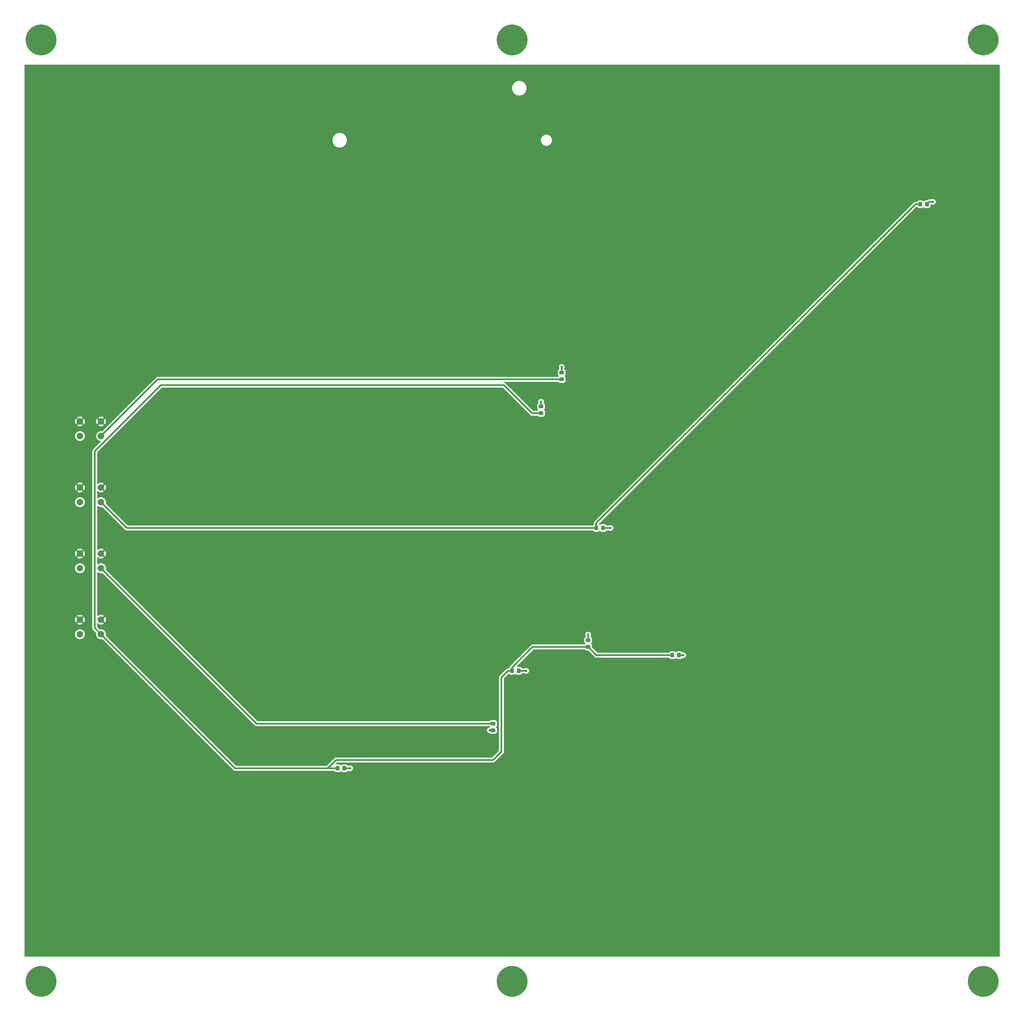
<source format=gbl>
G04 #@! TF.GenerationSoftware,KiCad,Pcbnew,(5.1.2)-1*
G04 #@! TF.CreationDate,2019-05-29T16:25:33-07:00*
G04 #@! TF.ProjectId,h186-final,68313836-2d66-4696-9e61-6c2e6b696361,rev?*
G04 #@! TF.SameCoordinates,Original*
G04 #@! TF.FileFunction,Copper,L2,Bot*
G04 #@! TF.FilePolarity,Positive*
%FSLAX46Y46*%
G04 Gerber Fmt 4.6, Leading zero omitted, Abs format (unit mm)*
G04 Created by KiCad (PCBNEW (5.1.2)-1) date 2019-05-29 16:25:33*
%MOMM*%
%LPD*%
G04 APERTURE LIST*
%ADD10C,0.100000*%
%ADD11C,1.150000*%
%ADD12C,2.000000*%
%ADD13C,9.500000*%
%ADD14C,1.270000*%
%ADD15C,0.762000*%
%ADD16C,0.508000*%
%ADD17C,0.254000*%
G04 APERTURE END LIST*
D10*
G36*
X288764505Y-172654204D02*
G01*
X288788773Y-172657804D01*
X288812572Y-172663765D01*
X288835671Y-172672030D01*
X288857850Y-172682520D01*
X288878893Y-172695132D01*
X288898599Y-172709747D01*
X288916777Y-172726223D01*
X288933253Y-172744401D01*
X288947868Y-172764107D01*
X288960480Y-172785150D01*
X288970970Y-172807329D01*
X288979235Y-172830428D01*
X288985196Y-172854227D01*
X288988796Y-172878495D01*
X288990000Y-172902999D01*
X288990000Y-173553001D01*
X288988796Y-173577505D01*
X288985196Y-173601773D01*
X288979235Y-173625572D01*
X288970970Y-173648671D01*
X288960480Y-173670850D01*
X288947868Y-173691893D01*
X288933253Y-173711599D01*
X288916777Y-173729777D01*
X288898599Y-173746253D01*
X288878893Y-173760868D01*
X288857850Y-173773480D01*
X288835671Y-173783970D01*
X288812572Y-173792235D01*
X288788773Y-173798196D01*
X288764505Y-173801796D01*
X288740001Y-173803000D01*
X287839999Y-173803000D01*
X287815495Y-173801796D01*
X287791227Y-173798196D01*
X287767428Y-173792235D01*
X287744329Y-173783970D01*
X287722150Y-173773480D01*
X287701107Y-173760868D01*
X287681401Y-173746253D01*
X287663223Y-173729777D01*
X287646747Y-173711599D01*
X287632132Y-173691893D01*
X287619520Y-173670850D01*
X287609030Y-173648671D01*
X287600765Y-173625572D01*
X287594804Y-173601773D01*
X287591204Y-173577505D01*
X287590000Y-173553001D01*
X287590000Y-172902999D01*
X287591204Y-172878495D01*
X287594804Y-172854227D01*
X287600765Y-172830428D01*
X287609030Y-172807329D01*
X287619520Y-172785150D01*
X287632132Y-172764107D01*
X287646747Y-172744401D01*
X287663223Y-172726223D01*
X287681401Y-172709747D01*
X287701107Y-172695132D01*
X287722150Y-172682520D01*
X287744329Y-172672030D01*
X287767428Y-172663765D01*
X287791227Y-172657804D01*
X287815495Y-172654204D01*
X287839999Y-172653000D01*
X288740001Y-172653000D01*
X288764505Y-172654204D01*
X288764505Y-172654204D01*
G37*
D11*
X288290000Y-173228000D03*
D10*
G36*
X288764505Y-170604204D02*
G01*
X288788773Y-170607804D01*
X288812572Y-170613765D01*
X288835671Y-170622030D01*
X288857850Y-170632520D01*
X288878893Y-170645132D01*
X288898599Y-170659747D01*
X288916777Y-170676223D01*
X288933253Y-170694401D01*
X288947868Y-170714107D01*
X288960480Y-170735150D01*
X288970970Y-170757329D01*
X288979235Y-170780428D01*
X288985196Y-170804227D01*
X288988796Y-170828495D01*
X288990000Y-170852999D01*
X288990000Y-171503001D01*
X288988796Y-171527505D01*
X288985196Y-171551773D01*
X288979235Y-171575572D01*
X288970970Y-171598671D01*
X288960480Y-171620850D01*
X288947868Y-171641893D01*
X288933253Y-171661599D01*
X288916777Y-171679777D01*
X288898599Y-171696253D01*
X288878893Y-171710868D01*
X288857850Y-171723480D01*
X288835671Y-171733970D01*
X288812572Y-171742235D01*
X288788773Y-171748196D01*
X288764505Y-171751796D01*
X288740001Y-171753000D01*
X287839999Y-171753000D01*
X287815495Y-171751796D01*
X287791227Y-171748196D01*
X287767428Y-171742235D01*
X287744329Y-171733970D01*
X287722150Y-171723480D01*
X287701107Y-171710868D01*
X287681401Y-171696253D01*
X287663223Y-171679777D01*
X287646747Y-171661599D01*
X287632132Y-171641893D01*
X287619520Y-171620850D01*
X287609030Y-171598671D01*
X287600765Y-171575572D01*
X287594804Y-171551773D01*
X287591204Y-171527505D01*
X287590000Y-171503001D01*
X287590000Y-170852999D01*
X287591204Y-170828495D01*
X287594804Y-170804227D01*
X287600765Y-170780428D01*
X287609030Y-170757329D01*
X287619520Y-170735150D01*
X287632132Y-170714107D01*
X287646747Y-170694401D01*
X287663223Y-170676223D01*
X287681401Y-170659747D01*
X287701107Y-170645132D01*
X287722150Y-170632520D01*
X287744329Y-170622030D01*
X287767428Y-170613765D01*
X287791227Y-170607804D01*
X287815495Y-170604204D01*
X287839999Y-170603000D01*
X288740001Y-170603000D01*
X288764505Y-170604204D01*
X288764505Y-170604204D01*
G37*
D11*
X288290000Y-171178000D03*
D10*
G36*
X279749505Y-251777204D02*
G01*
X279773773Y-251780804D01*
X279797572Y-251786765D01*
X279820671Y-251795030D01*
X279842850Y-251805520D01*
X279863893Y-251818132D01*
X279883599Y-251832747D01*
X279901777Y-251849223D01*
X279918253Y-251867401D01*
X279932868Y-251887107D01*
X279945480Y-251908150D01*
X279955970Y-251930329D01*
X279964235Y-251953428D01*
X279970196Y-251977227D01*
X279973796Y-252001495D01*
X279975000Y-252025999D01*
X279975000Y-252926001D01*
X279973796Y-252950505D01*
X279970196Y-252974773D01*
X279964235Y-252998572D01*
X279955970Y-253021671D01*
X279945480Y-253043850D01*
X279932868Y-253064893D01*
X279918253Y-253084599D01*
X279901777Y-253102777D01*
X279883599Y-253119253D01*
X279863893Y-253133868D01*
X279842850Y-253146480D01*
X279820671Y-253156970D01*
X279797572Y-253165235D01*
X279773773Y-253171196D01*
X279749505Y-253174796D01*
X279725001Y-253176000D01*
X279074999Y-253176000D01*
X279050495Y-253174796D01*
X279026227Y-253171196D01*
X279002428Y-253165235D01*
X278979329Y-253156970D01*
X278957150Y-253146480D01*
X278936107Y-253133868D01*
X278916401Y-253119253D01*
X278898223Y-253102777D01*
X278881747Y-253084599D01*
X278867132Y-253064893D01*
X278854520Y-253043850D01*
X278844030Y-253021671D01*
X278835765Y-252998572D01*
X278829804Y-252974773D01*
X278826204Y-252950505D01*
X278825000Y-252926001D01*
X278825000Y-252025999D01*
X278826204Y-252001495D01*
X278829804Y-251977227D01*
X278835765Y-251953428D01*
X278844030Y-251930329D01*
X278854520Y-251908150D01*
X278867132Y-251887107D01*
X278881747Y-251867401D01*
X278898223Y-251849223D01*
X278916401Y-251832747D01*
X278936107Y-251818132D01*
X278957150Y-251805520D01*
X278979329Y-251795030D01*
X279002428Y-251786765D01*
X279026227Y-251780804D01*
X279050495Y-251777204D01*
X279074999Y-251776000D01*
X279725001Y-251776000D01*
X279749505Y-251777204D01*
X279749505Y-251777204D01*
G37*
D11*
X279400000Y-252476000D03*
D10*
G36*
X281799505Y-251777204D02*
G01*
X281823773Y-251780804D01*
X281847572Y-251786765D01*
X281870671Y-251795030D01*
X281892850Y-251805520D01*
X281913893Y-251818132D01*
X281933599Y-251832747D01*
X281951777Y-251849223D01*
X281968253Y-251867401D01*
X281982868Y-251887107D01*
X281995480Y-251908150D01*
X282005970Y-251930329D01*
X282014235Y-251953428D01*
X282020196Y-251977227D01*
X282023796Y-252001495D01*
X282025000Y-252025999D01*
X282025000Y-252926001D01*
X282023796Y-252950505D01*
X282020196Y-252974773D01*
X282014235Y-252998572D01*
X282005970Y-253021671D01*
X281995480Y-253043850D01*
X281982868Y-253064893D01*
X281968253Y-253084599D01*
X281951777Y-253102777D01*
X281933599Y-253119253D01*
X281913893Y-253133868D01*
X281892850Y-253146480D01*
X281870671Y-253156970D01*
X281847572Y-253165235D01*
X281823773Y-253171196D01*
X281799505Y-253174796D01*
X281775001Y-253176000D01*
X281124999Y-253176000D01*
X281100495Y-253174796D01*
X281076227Y-253171196D01*
X281052428Y-253165235D01*
X281029329Y-253156970D01*
X281007150Y-253146480D01*
X280986107Y-253133868D01*
X280966401Y-253119253D01*
X280948223Y-253102777D01*
X280931747Y-253084599D01*
X280917132Y-253064893D01*
X280904520Y-253043850D01*
X280894030Y-253021671D01*
X280885765Y-252998572D01*
X280879804Y-252974773D01*
X280876204Y-252950505D01*
X280875000Y-252926001D01*
X280875000Y-252025999D01*
X280876204Y-252001495D01*
X280879804Y-251977227D01*
X280885765Y-251953428D01*
X280894030Y-251930329D01*
X280904520Y-251908150D01*
X280917132Y-251887107D01*
X280931747Y-251867401D01*
X280948223Y-251849223D01*
X280966401Y-251832747D01*
X280986107Y-251818132D01*
X281007150Y-251805520D01*
X281029329Y-251795030D01*
X281052428Y-251786765D01*
X281076227Y-251780804D01*
X281100495Y-251777204D01*
X281124999Y-251776000D01*
X281775001Y-251776000D01*
X281799505Y-251777204D01*
X281799505Y-251777204D01*
G37*
D11*
X281450000Y-252476000D03*
D10*
G36*
X226155505Y-281749204D02*
G01*
X226179773Y-281752804D01*
X226203572Y-281758765D01*
X226226671Y-281767030D01*
X226248850Y-281777520D01*
X226269893Y-281790132D01*
X226289599Y-281804747D01*
X226307777Y-281821223D01*
X226324253Y-281839401D01*
X226338868Y-281859107D01*
X226351480Y-281880150D01*
X226361970Y-281902329D01*
X226370235Y-281925428D01*
X226376196Y-281949227D01*
X226379796Y-281973495D01*
X226381000Y-281997999D01*
X226381000Y-282898001D01*
X226379796Y-282922505D01*
X226376196Y-282946773D01*
X226370235Y-282970572D01*
X226361970Y-282993671D01*
X226351480Y-283015850D01*
X226338868Y-283036893D01*
X226324253Y-283056599D01*
X226307777Y-283074777D01*
X226289599Y-283091253D01*
X226269893Y-283105868D01*
X226248850Y-283118480D01*
X226226671Y-283128970D01*
X226203572Y-283137235D01*
X226179773Y-283143196D01*
X226155505Y-283146796D01*
X226131001Y-283148000D01*
X225480999Y-283148000D01*
X225456495Y-283146796D01*
X225432227Y-283143196D01*
X225408428Y-283137235D01*
X225385329Y-283128970D01*
X225363150Y-283118480D01*
X225342107Y-283105868D01*
X225322401Y-283091253D01*
X225304223Y-283074777D01*
X225287747Y-283056599D01*
X225273132Y-283036893D01*
X225260520Y-283015850D01*
X225250030Y-282993671D01*
X225241765Y-282970572D01*
X225235804Y-282946773D01*
X225232204Y-282922505D01*
X225231000Y-282898001D01*
X225231000Y-281997999D01*
X225232204Y-281973495D01*
X225235804Y-281949227D01*
X225241765Y-281925428D01*
X225250030Y-281902329D01*
X225260520Y-281880150D01*
X225273132Y-281859107D01*
X225287747Y-281839401D01*
X225304223Y-281821223D01*
X225322401Y-281804747D01*
X225342107Y-281790132D01*
X225363150Y-281777520D01*
X225385329Y-281767030D01*
X225408428Y-281758765D01*
X225432227Y-281752804D01*
X225456495Y-281749204D01*
X225480999Y-281748000D01*
X226131001Y-281748000D01*
X226155505Y-281749204D01*
X226155505Y-281749204D01*
G37*
D11*
X225806000Y-282448000D03*
D10*
G36*
X228205505Y-281749204D02*
G01*
X228229773Y-281752804D01*
X228253572Y-281758765D01*
X228276671Y-281767030D01*
X228298850Y-281777520D01*
X228319893Y-281790132D01*
X228339599Y-281804747D01*
X228357777Y-281821223D01*
X228374253Y-281839401D01*
X228388868Y-281859107D01*
X228401480Y-281880150D01*
X228411970Y-281902329D01*
X228420235Y-281925428D01*
X228426196Y-281949227D01*
X228429796Y-281973495D01*
X228431000Y-281997999D01*
X228431000Y-282898001D01*
X228429796Y-282922505D01*
X228426196Y-282946773D01*
X228420235Y-282970572D01*
X228411970Y-282993671D01*
X228401480Y-283015850D01*
X228388868Y-283036893D01*
X228374253Y-283056599D01*
X228357777Y-283074777D01*
X228339599Y-283091253D01*
X228319893Y-283105868D01*
X228298850Y-283118480D01*
X228276671Y-283128970D01*
X228253572Y-283137235D01*
X228229773Y-283143196D01*
X228205505Y-283146796D01*
X228181001Y-283148000D01*
X227530999Y-283148000D01*
X227506495Y-283146796D01*
X227482227Y-283143196D01*
X227458428Y-283137235D01*
X227435329Y-283128970D01*
X227413150Y-283118480D01*
X227392107Y-283105868D01*
X227372401Y-283091253D01*
X227354223Y-283074777D01*
X227337747Y-283056599D01*
X227323132Y-283036893D01*
X227310520Y-283015850D01*
X227300030Y-282993671D01*
X227291765Y-282970572D01*
X227285804Y-282946773D01*
X227282204Y-282922505D01*
X227281000Y-282898001D01*
X227281000Y-281997999D01*
X227282204Y-281973495D01*
X227285804Y-281949227D01*
X227291765Y-281925428D01*
X227300030Y-281902329D01*
X227310520Y-281880150D01*
X227323132Y-281859107D01*
X227337747Y-281839401D01*
X227354223Y-281821223D01*
X227372401Y-281804747D01*
X227392107Y-281790132D01*
X227413150Y-281777520D01*
X227435329Y-281767030D01*
X227458428Y-281758765D01*
X227482227Y-281752804D01*
X227506495Y-281749204D01*
X227530999Y-281748000D01*
X228181001Y-281748000D01*
X228205505Y-281749204D01*
X228205505Y-281749204D01*
G37*
D11*
X227856000Y-282448000D03*
D12*
X153058000Y-236728000D03*
X153058000Y-241228000D03*
X146558000Y-236728000D03*
X146558000Y-241228000D03*
D10*
G36*
X329007505Y-246951204D02*
G01*
X329031773Y-246954804D01*
X329055572Y-246960765D01*
X329078671Y-246969030D01*
X329100850Y-246979520D01*
X329121893Y-246992132D01*
X329141599Y-247006747D01*
X329159777Y-247023223D01*
X329176253Y-247041401D01*
X329190868Y-247061107D01*
X329203480Y-247082150D01*
X329213970Y-247104329D01*
X329222235Y-247127428D01*
X329228196Y-247151227D01*
X329231796Y-247175495D01*
X329233000Y-247199999D01*
X329233000Y-248100001D01*
X329231796Y-248124505D01*
X329228196Y-248148773D01*
X329222235Y-248172572D01*
X329213970Y-248195671D01*
X329203480Y-248217850D01*
X329190868Y-248238893D01*
X329176253Y-248258599D01*
X329159777Y-248276777D01*
X329141599Y-248293253D01*
X329121893Y-248307868D01*
X329100850Y-248320480D01*
X329078671Y-248330970D01*
X329055572Y-248339235D01*
X329031773Y-248345196D01*
X329007505Y-248348796D01*
X328983001Y-248350000D01*
X328332999Y-248350000D01*
X328308495Y-248348796D01*
X328284227Y-248345196D01*
X328260428Y-248339235D01*
X328237329Y-248330970D01*
X328215150Y-248320480D01*
X328194107Y-248307868D01*
X328174401Y-248293253D01*
X328156223Y-248276777D01*
X328139747Y-248258599D01*
X328125132Y-248238893D01*
X328112520Y-248217850D01*
X328102030Y-248195671D01*
X328093765Y-248172572D01*
X328087804Y-248148773D01*
X328084204Y-248124505D01*
X328083000Y-248100001D01*
X328083000Y-247199999D01*
X328084204Y-247175495D01*
X328087804Y-247151227D01*
X328093765Y-247127428D01*
X328102030Y-247104329D01*
X328112520Y-247082150D01*
X328125132Y-247061107D01*
X328139747Y-247041401D01*
X328156223Y-247023223D01*
X328174401Y-247006747D01*
X328194107Y-246992132D01*
X328215150Y-246979520D01*
X328237329Y-246969030D01*
X328260428Y-246960765D01*
X328284227Y-246954804D01*
X328308495Y-246951204D01*
X328332999Y-246950000D01*
X328983001Y-246950000D01*
X329007505Y-246951204D01*
X329007505Y-246951204D01*
G37*
D11*
X328658000Y-247650000D03*
D10*
G36*
X331057505Y-246951204D02*
G01*
X331081773Y-246954804D01*
X331105572Y-246960765D01*
X331128671Y-246969030D01*
X331150850Y-246979520D01*
X331171893Y-246992132D01*
X331191599Y-247006747D01*
X331209777Y-247023223D01*
X331226253Y-247041401D01*
X331240868Y-247061107D01*
X331253480Y-247082150D01*
X331263970Y-247104329D01*
X331272235Y-247127428D01*
X331278196Y-247151227D01*
X331281796Y-247175495D01*
X331283000Y-247199999D01*
X331283000Y-248100001D01*
X331281796Y-248124505D01*
X331278196Y-248148773D01*
X331272235Y-248172572D01*
X331263970Y-248195671D01*
X331253480Y-248217850D01*
X331240868Y-248238893D01*
X331226253Y-248258599D01*
X331209777Y-248276777D01*
X331191599Y-248293253D01*
X331171893Y-248307868D01*
X331150850Y-248320480D01*
X331128671Y-248330970D01*
X331105572Y-248339235D01*
X331081773Y-248345196D01*
X331057505Y-248348796D01*
X331033001Y-248350000D01*
X330382999Y-248350000D01*
X330358495Y-248348796D01*
X330334227Y-248345196D01*
X330310428Y-248339235D01*
X330287329Y-248330970D01*
X330265150Y-248320480D01*
X330244107Y-248307868D01*
X330224401Y-248293253D01*
X330206223Y-248276777D01*
X330189747Y-248258599D01*
X330175132Y-248238893D01*
X330162520Y-248217850D01*
X330152030Y-248195671D01*
X330143765Y-248172572D01*
X330137804Y-248148773D01*
X330134204Y-248124505D01*
X330133000Y-248100001D01*
X330133000Y-247199999D01*
X330134204Y-247175495D01*
X330137804Y-247151227D01*
X330143765Y-247127428D01*
X330152030Y-247104329D01*
X330162520Y-247082150D01*
X330175132Y-247061107D01*
X330189747Y-247041401D01*
X330206223Y-247023223D01*
X330224401Y-247006747D01*
X330244107Y-246992132D01*
X330265150Y-246979520D01*
X330287329Y-246969030D01*
X330310428Y-246960765D01*
X330334227Y-246954804D01*
X330358495Y-246951204D01*
X330382999Y-246950000D01*
X331033001Y-246950000D01*
X331057505Y-246951204D01*
X331057505Y-246951204D01*
G37*
D11*
X330708000Y-247650000D03*
D10*
G36*
X303242505Y-244554204D02*
G01*
X303266773Y-244557804D01*
X303290572Y-244563765D01*
X303313671Y-244572030D01*
X303335850Y-244582520D01*
X303356893Y-244595132D01*
X303376599Y-244609747D01*
X303394777Y-244626223D01*
X303411253Y-244644401D01*
X303425868Y-244664107D01*
X303438480Y-244685150D01*
X303448970Y-244707329D01*
X303457235Y-244730428D01*
X303463196Y-244754227D01*
X303466796Y-244778495D01*
X303468000Y-244802999D01*
X303468000Y-245453001D01*
X303466796Y-245477505D01*
X303463196Y-245501773D01*
X303457235Y-245525572D01*
X303448970Y-245548671D01*
X303438480Y-245570850D01*
X303425868Y-245591893D01*
X303411253Y-245611599D01*
X303394777Y-245629777D01*
X303376599Y-245646253D01*
X303356893Y-245660868D01*
X303335850Y-245673480D01*
X303313671Y-245683970D01*
X303290572Y-245692235D01*
X303266773Y-245698196D01*
X303242505Y-245701796D01*
X303218001Y-245703000D01*
X302317999Y-245703000D01*
X302293495Y-245701796D01*
X302269227Y-245698196D01*
X302245428Y-245692235D01*
X302222329Y-245683970D01*
X302200150Y-245673480D01*
X302179107Y-245660868D01*
X302159401Y-245646253D01*
X302141223Y-245629777D01*
X302124747Y-245611599D01*
X302110132Y-245591893D01*
X302097520Y-245570850D01*
X302087030Y-245548671D01*
X302078765Y-245525572D01*
X302072804Y-245501773D01*
X302069204Y-245477505D01*
X302068000Y-245453001D01*
X302068000Y-244802999D01*
X302069204Y-244778495D01*
X302072804Y-244754227D01*
X302078765Y-244730428D01*
X302087030Y-244707329D01*
X302097520Y-244685150D01*
X302110132Y-244664107D01*
X302124747Y-244644401D01*
X302141223Y-244626223D01*
X302159401Y-244609747D01*
X302179107Y-244595132D01*
X302200150Y-244582520D01*
X302222329Y-244572030D01*
X302245428Y-244563765D01*
X302269227Y-244557804D01*
X302293495Y-244554204D01*
X302317999Y-244553000D01*
X303218001Y-244553000D01*
X303242505Y-244554204D01*
X303242505Y-244554204D01*
G37*
D11*
X302768000Y-245128000D03*
D10*
G36*
X303242505Y-242504204D02*
G01*
X303266773Y-242507804D01*
X303290572Y-242513765D01*
X303313671Y-242522030D01*
X303335850Y-242532520D01*
X303356893Y-242545132D01*
X303376599Y-242559747D01*
X303394777Y-242576223D01*
X303411253Y-242594401D01*
X303425868Y-242614107D01*
X303438480Y-242635150D01*
X303448970Y-242657329D01*
X303457235Y-242680428D01*
X303463196Y-242704227D01*
X303466796Y-242728495D01*
X303468000Y-242752999D01*
X303468000Y-243403001D01*
X303466796Y-243427505D01*
X303463196Y-243451773D01*
X303457235Y-243475572D01*
X303448970Y-243498671D01*
X303438480Y-243520850D01*
X303425868Y-243541893D01*
X303411253Y-243561599D01*
X303394777Y-243579777D01*
X303376599Y-243596253D01*
X303356893Y-243610868D01*
X303335850Y-243623480D01*
X303313671Y-243633970D01*
X303290572Y-243642235D01*
X303266773Y-243648196D01*
X303242505Y-243651796D01*
X303218001Y-243653000D01*
X302317999Y-243653000D01*
X302293495Y-243651796D01*
X302269227Y-243648196D01*
X302245428Y-243642235D01*
X302222329Y-243633970D01*
X302200150Y-243623480D01*
X302179107Y-243610868D01*
X302159401Y-243596253D01*
X302141223Y-243579777D01*
X302124747Y-243561599D01*
X302110132Y-243541893D01*
X302097520Y-243520850D01*
X302087030Y-243498671D01*
X302078765Y-243475572D01*
X302072804Y-243451773D01*
X302069204Y-243427505D01*
X302068000Y-243403001D01*
X302068000Y-242752999D01*
X302069204Y-242728495D01*
X302072804Y-242704227D01*
X302078765Y-242680428D01*
X302087030Y-242657329D01*
X302097520Y-242635150D01*
X302110132Y-242614107D01*
X302124747Y-242594401D01*
X302141223Y-242576223D01*
X302159401Y-242559747D01*
X302179107Y-242545132D01*
X302200150Y-242532520D01*
X302222329Y-242522030D01*
X302245428Y-242513765D01*
X302269227Y-242507804D01*
X302293495Y-242504204D01*
X302317999Y-242503000D01*
X303218001Y-242503000D01*
X303242505Y-242504204D01*
X303242505Y-242504204D01*
G37*
D11*
X302768000Y-243078000D03*
D12*
X153058000Y-196088000D03*
X153058000Y-200588000D03*
X146558000Y-196088000D03*
X146558000Y-200588000D03*
D10*
G36*
X405225505Y-108267204D02*
G01*
X405249773Y-108270804D01*
X405273572Y-108276765D01*
X405296671Y-108285030D01*
X405318850Y-108295520D01*
X405339893Y-108308132D01*
X405359599Y-108322747D01*
X405377777Y-108339223D01*
X405394253Y-108357401D01*
X405408868Y-108377107D01*
X405421480Y-108398150D01*
X405431970Y-108420329D01*
X405440235Y-108443428D01*
X405446196Y-108467227D01*
X405449796Y-108491495D01*
X405451000Y-108515999D01*
X405451000Y-109416001D01*
X405449796Y-109440505D01*
X405446196Y-109464773D01*
X405440235Y-109488572D01*
X405431970Y-109511671D01*
X405421480Y-109533850D01*
X405408868Y-109554893D01*
X405394253Y-109574599D01*
X405377777Y-109592777D01*
X405359599Y-109609253D01*
X405339893Y-109623868D01*
X405318850Y-109636480D01*
X405296671Y-109646970D01*
X405273572Y-109655235D01*
X405249773Y-109661196D01*
X405225505Y-109664796D01*
X405201001Y-109666000D01*
X404550999Y-109666000D01*
X404526495Y-109664796D01*
X404502227Y-109661196D01*
X404478428Y-109655235D01*
X404455329Y-109646970D01*
X404433150Y-109636480D01*
X404412107Y-109623868D01*
X404392401Y-109609253D01*
X404374223Y-109592777D01*
X404357747Y-109574599D01*
X404343132Y-109554893D01*
X404330520Y-109533850D01*
X404320030Y-109511671D01*
X404311765Y-109488572D01*
X404305804Y-109464773D01*
X404302204Y-109440505D01*
X404301000Y-109416001D01*
X404301000Y-108515999D01*
X404302204Y-108491495D01*
X404305804Y-108467227D01*
X404311765Y-108443428D01*
X404320030Y-108420329D01*
X404330520Y-108398150D01*
X404343132Y-108377107D01*
X404357747Y-108357401D01*
X404374223Y-108339223D01*
X404392401Y-108322747D01*
X404412107Y-108308132D01*
X404433150Y-108295520D01*
X404455329Y-108285030D01*
X404478428Y-108276765D01*
X404502227Y-108270804D01*
X404526495Y-108267204D01*
X404550999Y-108266000D01*
X405201001Y-108266000D01*
X405225505Y-108267204D01*
X405225505Y-108267204D01*
G37*
D11*
X404876000Y-108966000D03*
D10*
G36*
X407275505Y-108267204D02*
G01*
X407299773Y-108270804D01*
X407323572Y-108276765D01*
X407346671Y-108285030D01*
X407368850Y-108295520D01*
X407389893Y-108308132D01*
X407409599Y-108322747D01*
X407427777Y-108339223D01*
X407444253Y-108357401D01*
X407458868Y-108377107D01*
X407471480Y-108398150D01*
X407481970Y-108420329D01*
X407490235Y-108443428D01*
X407496196Y-108467227D01*
X407499796Y-108491495D01*
X407501000Y-108515999D01*
X407501000Y-109416001D01*
X407499796Y-109440505D01*
X407496196Y-109464773D01*
X407490235Y-109488572D01*
X407481970Y-109511671D01*
X407471480Y-109533850D01*
X407458868Y-109554893D01*
X407444253Y-109574599D01*
X407427777Y-109592777D01*
X407409599Y-109609253D01*
X407389893Y-109623868D01*
X407368850Y-109636480D01*
X407346671Y-109646970D01*
X407323572Y-109655235D01*
X407299773Y-109661196D01*
X407275505Y-109664796D01*
X407251001Y-109666000D01*
X406600999Y-109666000D01*
X406576495Y-109664796D01*
X406552227Y-109661196D01*
X406528428Y-109655235D01*
X406505329Y-109646970D01*
X406483150Y-109636480D01*
X406462107Y-109623868D01*
X406442401Y-109609253D01*
X406424223Y-109592777D01*
X406407747Y-109574599D01*
X406393132Y-109554893D01*
X406380520Y-109533850D01*
X406370030Y-109511671D01*
X406361765Y-109488572D01*
X406355804Y-109464773D01*
X406352204Y-109440505D01*
X406351000Y-109416001D01*
X406351000Y-108515999D01*
X406352204Y-108491495D01*
X406355804Y-108467227D01*
X406361765Y-108443428D01*
X406370030Y-108420329D01*
X406380520Y-108398150D01*
X406393132Y-108377107D01*
X406407747Y-108357401D01*
X406424223Y-108339223D01*
X406442401Y-108322747D01*
X406462107Y-108308132D01*
X406483150Y-108295520D01*
X406505329Y-108285030D01*
X406528428Y-108276765D01*
X406552227Y-108270804D01*
X406576495Y-108267204D01*
X406600999Y-108266000D01*
X407251001Y-108266000D01*
X407275505Y-108267204D01*
X407275505Y-108267204D01*
G37*
D11*
X406926000Y-108966000D03*
D10*
G36*
X305639505Y-207835204D02*
G01*
X305663773Y-207838804D01*
X305687572Y-207844765D01*
X305710671Y-207853030D01*
X305732850Y-207863520D01*
X305753893Y-207876132D01*
X305773599Y-207890747D01*
X305791777Y-207907223D01*
X305808253Y-207925401D01*
X305822868Y-207945107D01*
X305835480Y-207966150D01*
X305845970Y-207988329D01*
X305854235Y-208011428D01*
X305860196Y-208035227D01*
X305863796Y-208059495D01*
X305865000Y-208083999D01*
X305865000Y-208984001D01*
X305863796Y-209008505D01*
X305860196Y-209032773D01*
X305854235Y-209056572D01*
X305845970Y-209079671D01*
X305835480Y-209101850D01*
X305822868Y-209122893D01*
X305808253Y-209142599D01*
X305791777Y-209160777D01*
X305773599Y-209177253D01*
X305753893Y-209191868D01*
X305732850Y-209204480D01*
X305710671Y-209214970D01*
X305687572Y-209223235D01*
X305663773Y-209229196D01*
X305639505Y-209232796D01*
X305615001Y-209234000D01*
X304964999Y-209234000D01*
X304940495Y-209232796D01*
X304916227Y-209229196D01*
X304892428Y-209223235D01*
X304869329Y-209214970D01*
X304847150Y-209204480D01*
X304826107Y-209191868D01*
X304806401Y-209177253D01*
X304788223Y-209160777D01*
X304771747Y-209142599D01*
X304757132Y-209122893D01*
X304744520Y-209101850D01*
X304734030Y-209079671D01*
X304725765Y-209056572D01*
X304719804Y-209032773D01*
X304716204Y-209008505D01*
X304715000Y-208984001D01*
X304715000Y-208083999D01*
X304716204Y-208059495D01*
X304719804Y-208035227D01*
X304725765Y-208011428D01*
X304734030Y-207988329D01*
X304744520Y-207966150D01*
X304757132Y-207945107D01*
X304771747Y-207925401D01*
X304788223Y-207907223D01*
X304806401Y-207890747D01*
X304826107Y-207876132D01*
X304847150Y-207863520D01*
X304869329Y-207853030D01*
X304892428Y-207844765D01*
X304916227Y-207838804D01*
X304940495Y-207835204D01*
X304964999Y-207834000D01*
X305615001Y-207834000D01*
X305639505Y-207835204D01*
X305639505Y-207835204D01*
G37*
D11*
X305290000Y-208534000D03*
D10*
G36*
X307689505Y-207835204D02*
G01*
X307713773Y-207838804D01*
X307737572Y-207844765D01*
X307760671Y-207853030D01*
X307782850Y-207863520D01*
X307803893Y-207876132D01*
X307823599Y-207890747D01*
X307841777Y-207907223D01*
X307858253Y-207925401D01*
X307872868Y-207945107D01*
X307885480Y-207966150D01*
X307895970Y-207988329D01*
X307904235Y-208011428D01*
X307910196Y-208035227D01*
X307913796Y-208059495D01*
X307915000Y-208083999D01*
X307915000Y-208984001D01*
X307913796Y-209008505D01*
X307910196Y-209032773D01*
X307904235Y-209056572D01*
X307895970Y-209079671D01*
X307885480Y-209101850D01*
X307872868Y-209122893D01*
X307858253Y-209142599D01*
X307841777Y-209160777D01*
X307823599Y-209177253D01*
X307803893Y-209191868D01*
X307782850Y-209204480D01*
X307760671Y-209214970D01*
X307737572Y-209223235D01*
X307713773Y-209229196D01*
X307689505Y-209232796D01*
X307665001Y-209234000D01*
X307014999Y-209234000D01*
X306990495Y-209232796D01*
X306966227Y-209229196D01*
X306942428Y-209223235D01*
X306919329Y-209214970D01*
X306897150Y-209204480D01*
X306876107Y-209191868D01*
X306856401Y-209177253D01*
X306838223Y-209160777D01*
X306821747Y-209142599D01*
X306807132Y-209122893D01*
X306794520Y-209101850D01*
X306784030Y-209079671D01*
X306775765Y-209056572D01*
X306769804Y-209032773D01*
X306766204Y-209008505D01*
X306765000Y-208984001D01*
X306765000Y-208083999D01*
X306766204Y-208059495D01*
X306769804Y-208035227D01*
X306775765Y-208011428D01*
X306784030Y-207988329D01*
X306794520Y-207966150D01*
X306807132Y-207945107D01*
X306821747Y-207925401D01*
X306838223Y-207907223D01*
X306856401Y-207890747D01*
X306876107Y-207876132D01*
X306897150Y-207863520D01*
X306919329Y-207853030D01*
X306942428Y-207844765D01*
X306966227Y-207838804D01*
X306990495Y-207835204D01*
X307014999Y-207834000D01*
X307665001Y-207834000D01*
X307689505Y-207835204D01*
X307689505Y-207835204D01*
G37*
D11*
X307340000Y-208534000D03*
D13*
X134620000Y-347980000D03*
X279400000Y-347980000D03*
X424180000Y-347980000D03*
X424180000Y-58420000D03*
X279400000Y-58420000D03*
X134620000Y-58420000D03*
D12*
X153058000Y-216408000D03*
X153058000Y-220908000D03*
X146558000Y-216408000D03*
X146558000Y-220908000D03*
X153058000Y-175768000D03*
X153058000Y-180268000D03*
X146558000Y-175768000D03*
X146558000Y-180268000D03*
D10*
G36*
X274032505Y-268158204D02*
G01*
X274056773Y-268161804D01*
X274080572Y-268167765D01*
X274103671Y-268176030D01*
X274125850Y-268186520D01*
X274146893Y-268199132D01*
X274166599Y-268213747D01*
X274184777Y-268230223D01*
X274201253Y-268248401D01*
X274215868Y-268268107D01*
X274228480Y-268289150D01*
X274238970Y-268311329D01*
X274247235Y-268334428D01*
X274253196Y-268358227D01*
X274256796Y-268382495D01*
X274258000Y-268406999D01*
X274258000Y-269057001D01*
X274256796Y-269081505D01*
X274253196Y-269105773D01*
X274247235Y-269129572D01*
X274238970Y-269152671D01*
X274228480Y-269174850D01*
X274215868Y-269195893D01*
X274201253Y-269215599D01*
X274184777Y-269233777D01*
X274166599Y-269250253D01*
X274146893Y-269264868D01*
X274125850Y-269277480D01*
X274103671Y-269287970D01*
X274080572Y-269296235D01*
X274056773Y-269302196D01*
X274032505Y-269305796D01*
X274008001Y-269307000D01*
X273107999Y-269307000D01*
X273083495Y-269305796D01*
X273059227Y-269302196D01*
X273035428Y-269296235D01*
X273012329Y-269287970D01*
X272990150Y-269277480D01*
X272969107Y-269264868D01*
X272949401Y-269250253D01*
X272931223Y-269233777D01*
X272914747Y-269215599D01*
X272900132Y-269195893D01*
X272887520Y-269174850D01*
X272877030Y-269152671D01*
X272868765Y-269129572D01*
X272862804Y-269105773D01*
X272859204Y-269081505D01*
X272858000Y-269057001D01*
X272858000Y-268406999D01*
X272859204Y-268382495D01*
X272862804Y-268358227D01*
X272868765Y-268334428D01*
X272877030Y-268311329D01*
X272887520Y-268289150D01*
X272900132Y-268268107D01*
X272914747Y-268248401D01*
X272931223Y-268230223D01*
X272949401Y-268213747D01*
X272969107Y-268199132D01*
X272990150Y-268186520D01*
X273012329Y-268176030D01*
X273035428Y-268167765D01*
X273059227Y-268161804D01*
X273083495Y-268158204D01*
X273107999Y-268157000D01*
X274008001Y-268157000D01*
X274032505Y-268158204D01*
X274032505Y-268158204D01*
G37*
D11*
X273558000Y-268732000D03*
D10*
G36*
X274032505Y-270208204D02*
G01*
X274056773Y-270211804D01*
X274080572Y-270217765D01*
X274103671Y-270226030D01*
X274125850Y-270236520D01*
X274146893Y-270249132D01*
X274166599Y-270263747D01*
X274184777Y-270280223D01*
X274201253Y-270298401D01*
X274215868Y-270318107D01*
X274228480Y-270339150D01*
X274238970Y-270361329D01*
X274247235Y-270384428D01*
X274253196Y-270408227D01*
X274256796Y-270432495D01*
X274258000Y-270456999D01*
X274258000Y-271107001D01*
X274256796Y-271131505D01*
X274253196Y-271155773D01*
X274247235Y-271179572D01*
X274238970Y-271202671D01*
X274228480Y-271224850D01*
X274215868Y-271245893D01*
X274201253Y-271265599D01*
X274184777Y-271283777D01*
X274166599Y-271300253D01*
X274146893Y-271314868D01*
X274125850Y-271327480D01*
X274103671Y-271337970D01*
X274080572Y-271346235D01*
X274056773Y-271352196D01*
X274032505Y-271355796D01*
X274008001Y-271357000D01*
X273107999Y-271357000D01*
X273083495Y-271355796D01*
X273059227Y-271352196D01*
X273035428Y-271346235D01*
X273012329Y-271337970D01*
X272990150Y-271327480D01*
X272969107Y-271314868D01*
X272949401Y-271300253D01*
X272931223Y-271283777D01*
X272914747Y-271265599D01*
X272900132Y-271245893D01*
X272887520Y-271224850D01*
X272877030Y-271202671D01*
X272868765Y-271179572D01*
X272862804Y-271155773D01*
X272859204Y-271131505D01*
X272858000Y-271107001D01*
X272858000Y-270456999D01*
X272859204Y-270432495D01*
X272862804Y-270408227D01*
X272868765Y-270384428D01*
X272877030Y-270361329D01*
X272887520Y-270339150D01*
X272900132Y-270318107D01*
X272914747Y-270298401D01*
X272931223Y-270280223D01*
X272949401Y-270263747D01*
X272969107Y-270249132D01*
X272990150Y-270236520D01*
X273012329Y-270226030D01*
X273035428Y-270217765D01*
X273059227Y-270211804D01*
X273083495Y-270208204D01*
X273107999Y-270207000D01*
X274008001Y-270207000D01*
X274032505Y-270208204D01*
X274032505Y-270208204D01*
G37*
D11*
X273558000Y-270782000D03*
D10*
G36*
X295114505Y-162240204D02*
G01*
X295138773Y-162243804D01*
X295162572Y-162249765D01*
X295185671Y-162258030D01*
X295207850Y-162268520D01*
X295228893Y-162281132D01*
X295248599Y-162295747D01*
X295266777Y-162312223D01*
X295283253Y-162330401D01*
X295297868Y-162350107D01*
X295310480Y-162371150D01*
X295320970Y-162393329D01*
X295329235Y-162416428D01*
X295335196Y-162440227D01*
X295338796Y-162464495D01*
X295340000Y-162488999D01*
X295340000Y-163139001D01*
X295338796Y-163163505D01*
X295335196Y-163187773D01*
X295329235Y-163211572D01*
X295320970Y-163234671D01*
X295310480Y-163256850D01*
X295297868Y-163277893D01*
X295283253Y-163297599D01*
X295266777Y-163315777D01*
X295248599Y-163332253D01*
X295228893Y-163346868D01*
X295207850Y-163359480D01*
X295185671Y-163369970D01*
X295162572Y-163378235D01*
X295138773Y-163384196D01*
X295114505Y-163387796D01*
X295090001Y-163389000D01*
X294189999Y-163389000D01*
X294165495Y-163387796D01*
X294141227Y-163384196D01*
X294117428Y-163378235D01*
X294094329Y-163369970D01*
X294072150Y-163359480D01*
X294051107Y-163346868D01*
X294031401Y-163332253D01*
X294013223Y-163315777D01*
X293996747Y-163297599D01*
X293982132Y-163277893D01*
X293969520Y-163256850D01*
X293959030Y-163234671D01*
X293950765Y-163211572D01*
X293944804Y-163187773D01*
X293941204Y-163163505D01*
X293940000Y-163139001D01*
X293940000Y-162488999D01*
X293941204Y-162464495D01*
X293944804Y-162440227D01*
X293950765Y-162416428D01*
X293959030Y-162393329D01*
X293969520Y-162371150D01*
X293982132Y-162350107D01*
X293996747Y-162330401D01*
X294013223Y-162312223D01*
X294031401Y-162295747D01*
X294051107Y-162281132D01*
X294072150Y-162268520D01*
X294094329Y-162258030D01*
X294117428Y-162249765D01*
X294141227Y-162243804D01*
X294165495Y-162240204D01*
X294189999Y-162239000D01*
X295090001Y-162239000D01*
X295114505Y-162240204D01*
X295114505Y-162240204D01*
G37*
D11*
X294640000Y-162814000D03*
D10*
G36*
X295114505Y-160190204D02*
G01*
X295138773Y-160193804D01*
X295162572Y-160199765D01*
X295185671Y-160208030D01*
X295207850Y-160218520D01*
X295228893Y-160231132D01*
X295248599Y-160245747D01*
X295266777Y-160262223D01*
X295283253Y-160280401D01*
X295297868Y-160300107D01*
X295310480Y-160321150D01*
X295320970Y-160343329D01*
X295329235Y-160366428D01*
X295335196Y-160390227D01*
X295338796Y-160414495D01*
X295340000Y-160438999D01*
X295340000Y-161089001D01*
X295338796Y-161113505D01*
X295335196Y-161137773D01*
X295329235Y-161161572D01*
X295320970Y-161184671D01*
X295310480Y-161206850D01*
X295297868Y-161227893D01*
X295283253Y-161247599D01*
X295266777Y-161265777D01*
X295248599Y-161282253D01*
X295228893Y-161296868D01*
X295207850Y-161309480D01*
X295185671Y-161319970D01*
X295162572Y-161328235D01*
X295138773Y-161334196D01*
X295114505Y-161337796D01*
X295090001Y-161339000D01*
X294189999Y-161339000D01*
X294165495Y-161337796D01*
X294141227Y-161334196D01*
X294117428Y-161328235D01*
X294094329Y-161319970D01*
X294072150Y-161309480D01*
X294051107Y-161296868D01*
X294031401Y-161282253D01*
X294013223Y-161265777D01*
X293996747Y-161247599D01*
X293982132Y-161227893D01*
X293969520Y-161206850D01*
X293959030Y-161184671D01*
X293950765Y-161161572D01*
X293944804Y-161137773D01*
X293941204Y-161113505D01*
X293940000Y-161089001D01*
X293940000Y-160438999D01*
X293941204Y-160414495D01*
X293944804Y-160390227D01*
X293950765Y-160366428D01*
X293959030Y-160343329D01*
X293969520Y-160321150D01*
X293982132Y-160300107D01*
X293996747Y-160280401D01*
X294013223Y-160262223D01*
X294031401Y-160245747D01*
X294051107Y-160231132D01*
X294072150Y-160218520D01*
X294094329Y-160208030D01*
X294117428Y-160199765D01*
X294141227Y-160193804D01*
X294165495Y-160190204D01*
X294189999Y-160189000D01*
X295090001Y-160189000D01*
X295114505Y-160190204D01*
X295114505Y-160190204D01*
G37*
D11*
X294640000Y-160764000D03*
D14*
X208280000Y-81280000D03*
D15*
X294640000Y-159004000D03*
X272542000Y-270764000D03*
X309626000Y-208534000D03*
X408686000Y-108204000D03*
X302768000Y-241299998D03*
X229616000Y-282448000D03*
X283718000Y-252476000D03*
X331978000Y-247650000D03*
X288290000Y-169672000D03*
D16*
X294640000Y-159004000D02*
X294640000Y-160764000D01*
X170512000Y-162814000D02*
X153058000Y-180268000D01*
X294640000Y-162814000D02*
X170512000Y-162814000D01*
X273558000Y-270782000D02*
X272560000Y-270782000D01*
X272560000Y-270782000D02*
X272542000Y-270764000D01*
X200882000Y-268732000D02*
X153058000Y-220908000D01*
X273558000Y-268732000D02*
X200882000Y-268732000D01*
X307340000Y-208534000D02*
X309626000Y-208534000D01*
X407688000Y-108204000D02*
X406926000Y-108966000D01*
X408686000Y-108204000D02*
X407688000Y-108204000D01*
X161004000Y-208534000D02*
X153058000Y-200588000D01*
X305290000Y-208534000D02*
X161004000Y-208534000D01*
X403352000Y-108966000D02*
X404876000Y-108966000D01*
X305290000Y-208534000D02*
X305290000Y-207028000D01*
X305290000Y-207028000D02*
X403352000Y-108966000D01*
X302768000Y-242561000D02*
X302768000Y-241299998D01*
X227856000Y-282448000D02*
X229616000Y-282448000D01*
X281450000Y-252476000D02*
X283718000Y-252476000D01*
X330708000Y-247650000D02*
X331978000Y-247650000D01*
X288290000Y-171178000D02*
X288290000Y-169672000D01*
X194278000Y-282448000D02*
X153058000Y-241228000D01*
X225806000Y-282448000D02*
X222758000Y-282448000D01*
X222758000Y-282448000D02*
X194278000Y-282448000D01*
X278130000Y-252476000D02*
X279400000Y-252476000D01*
X276098000Y-254508000D02*
X278130000Y-252476000D01*
X276098000Y-277368000D02*
X276098000Y-254508000D01*
X273558000Y-279908000D02*
X276098000Y-277368000D01*
X222758000Y-282448000D02*
X225298000Y-279908000D01*
X225298000Y-279908000D02*
X273558000Y-279908000D01*
X279400000Y-252476000D02*
X279400000Y-251460000D01*
X285732000Y-245128000D02*
X302768000Y-245128000D01*
X279400000Y-251460000D02*
X285732000Y-245128000D01*
X305290000Y-247650000D02*
X302768000Y-245128000D01*
X328658000Y-247650000D02*
X305290000Y-247650000D01*
X153058000Y-241228000D02*
X151130000Y-239300000D01*
X151130000Y-239300000D02*
X151130000Y-184912000D01*
X151130000Y-184912000D02*
X171450000Y-164592000D01*
X171450000Y-164592000D02*
X276860000Y-164592000D01*
X285496000Y-173228000D02*
X288290000Y-173228000D01*
X276860000Y-164592000D02*
X285496000Y-173228000D01*
D17*
G36*
X429133000Y-340233000D02*
G01*
X129667000Y-340233000D01*
X129667000Y-241066967D01*
X144923000Y-241066967D01*
X144923000Y-241389033D01*
X144985832Y-241704912D01*
X145109082Y-242002463D01*
X145288013Y-242270252D01*
X145515748Y-242497987D01*
X145783537Y-242676918D01*
X146081088Y-242800168D01*
X146396967Y-242863000D01*
X146719033Y-242863000D01*
X147034912Y-242800168D01*
X147332463Y-242676918D01*
X147600252Y-242497987D01*
X147827987Y-242270252D01*
X148006918Y-242002463D01*
X148130168Y-241704912D01*
X148193000Y-241389033D01*
X148193000Y-241066967D01*
X148130168Y-240751088D01*
X148006918Y-240453537D01*
X147827987Y-240185748D01*
X147600252Y-239958013D01*
X147332463Y-239779082D01*
X147034912Y-239655832D01*
X146719033Y-239593000D01*
X146396967Y-239593000D01*
X146081088Y-239655832D01*
X145783537Y-239779082D01*
X145515748Y-239958013D01*
X145288013Y-240185748D01*
X145109082Y-240453537D01*
X144985832Y-240751088D01*
X144923000Y-241066967D01*
X129667000Y-241066967D01*
X129667000Y-237863413D01*
X145602192Y-237863413D01*
X145697956Y-238127814D01*
X145987571Y-238268704D01*
X146299108Y-238350384D01*
X146620595Y-238369718D01*
X146939675Y-238325961D01*
X147244088Y-238220795D01*
X147418044Y-238127814D01*
X147513808Y-237863413D01*
X146558000Y-236907605D01*
X145602192Y-237863413D01*
X129667000Y-237863413D01*
X129667000Y-236790595D01*
X144916282Y-236790595D01*
X144960039Y-237109675D01*
X145065205Y-237414088D01*
X145158186Y-237588044D01*
X145422587Y-237683808D01*
X146378395Y-236728000D01*
X146737605Y-236728000D01*
X147693413Y-237683808D01*
X147957814Y-237588044D01*
X148098704Y-237298429D01*
X148180384Y-236986892D01*
X148199718Y-236665405D01*
X148155961Y-236346325D01*
X148050795Y-236041912D01*
X147957814Y-235867956D01*
X147693413Y-235772192D01*
X146737605Y-236728000D01*
X146378395Y-236728000D01*
X145422587Y-235772192D01*
X145158186Y-235867956D01*
X145017296Y-236157571D01*
X144935616Y-236469108D01*
X144916282Y-236790595D01*
X129667000Y-236790595D01*
X129667000Y-235592587D01*
X145602192Y-235592587D01*
X146558000Y-236548395D01*
X147513808Y-235592587D01*
X147418044Y-235328186D01*
X147128429Y-235187296D01*
X146816892Y-235105616D01*
X146495405Y-235086282D01*
X146176325Y-235130039D01*
X145871912Y-235235205D01*
X145697956Y-235328186D01*
X145602192Y-235592587D01*
X129667000Y-235592587D01*
X129667000Y-220746967D01*
X144923000Y-220746967D01*
X144923000Y-221069033D01*
X144985832Y-221384912D01*
X145109082Y-221682463D01*
X145288013Y-221950252D01*
X145515748Y-222177987D01*
X145783537Y-222356918D01*
X146081088Y-222480168D01*
X146396967Y-222543000D01*
X146719033Y-222543000D01*
X147034912Y-222480168D01*
X147332463Y-222356918D01*
X147600252Y-222177987D01*
X147827987Y-221950252D01*
X148006918Y-221682463D01*
X148130168Y-221384912D01*
X148193000Y-221069033D01*
X148193000Y-220746967D01*
X148130168Y-220431088D01*
X148006918Y-220133537D01*
X147827987Y-219865748D01*
X147600252Y-219638013D01*
X147332463Y-219459082D01*
X147034912Y-219335832D01*
X146719033Y-219273000D01*
X146396967Y-219273000D01*
X146081088Y-219335832D01*
X145783537Y-219459082D01*
X145515748Y-219638013D01*
X145288013Y-219865748D01*
X145109082Y-220133537D01*
X144985832Y-220431088D01*
X144923000Y-220746967D01*
X129667000Y-220746967D01*
X129667000Y-217543413D01*
X145602192Y-217543413D01*
X145697956Y-217807814D01*
X145987571Y-217948704D01*
X146299108Y-218030384D01*
X146620595Y-218049718D01*
X146939675Y-218005961D01*
X147244088Y-217900795D01*
X147418044Y-217807814D01*
X147513808Y-217543413D01*
X146558000Y-216587605D01*
X145602192Y-217543413D01*
X129667000Y-217543413D01*
X129667000Y-216470595D01*
X144916282Y-216470595D01*
X144960039Y-216789675D01*
X145065205Y-217094088D01*
X145158186Y-217268044D01*
X145422587Y-217363808D01*
X146378395Y-216408000D01*
X146737605Y-216408000D01*
X147693413Y-217363808D01*
X147957814Y-217268044D01*
X148098704Y-216978429D01*
X148180384Y-216666892D01*
X148199718Y-216345405D01*
X148155961Y-216026325D01*
X148050795Y-215721912D01*
X147957814Y-215547956D01*
X147693413Y-215452192D01*
X146737605Y-216408000D01*
X146378395Y-216408000D01*
X145422587Y-215452192D01*
X145158186Y-215547956D01*
X145017296Y-215837571D01*
X144935616Y-216149108D01*
X144916282Y-216470595D01*
X129667000Y-216470595D01*
X129667000Y-215272587D01*
X145602192Y-215272587D01*
X146558000Y-216228395D01*
X147513808Y-215272587D01*
X147418044Y-215008186D01*
X147128429Y-214867296D01*
X146816892Y-214785616D01*
X146495405Y-214766282D01*
X146176325Y-214810039D01*
X145871912Y-214915205D01*
X145697956Y-215008186D01*
X145602192Y-215272587D01*
X129667000Y-215272587D01*
X129667000Y-200426967D01*
X144923000Y-200426967D01*
X144923000Y-200749033D01*
X144985832Y-201064912D01*
X145109082Y-201362463D01*
X145288013Y-201630252D01*
X145515748Y-201857987D01*
X145783537Y-202036918D01*
X146081088Y-202160168D01*
X146396967Y-202223000D01*
X146719033Y-202223000D01*
X147034912Y-202160168D01*
X147332463Y-202036918D01*
X147600252Y-201857987D01*
X147827987Y-201630252D01*
X148006918Y-201362463D01*
X148130168Y-201064912D01*
X148193000Y-200749033D01*
X148193000Y-200426967D01*
X148130168Y-200111088D01*
X148006918Y-199813537D01*
X147827987Y-199545748D01*
X147600252Y-199318013D01*
X147332463Y-199139082D01*
X147034912Y-199015832D01*
X146719033Y-198953000D01*
X146396967Y-198953000D01*
X146081088Y-199015832D01*
X145783537Y-199139082D01*
X145515748Y-199318013D01*
X145288013Y-199545748D01*
X145109082Y-199813537D01*
X144985832Y-200111088D01*
X144923000Y-200426967D01*
X129667000Y-200426967D01*
X129667000Y-197223413D01*
X145602192Y-197223413D01*
X145697956Y-197487814D01*
X145987571Y-197628704D01*
X146299108Y-197710384D01*
X146620595Y-197729718D01*
X146939675Y-197685961D01*
X147244088Y-197580795D01*
X147418044Y-197487814D01*
X147513808Y-197223413D01*
X146558000Y-196267605D01*
X145602192Y-197223413D01*
X129667000Y-197223413D01*
X129667000Y-196150595D01*
X144916282Y-196150595D01*
X144960039Y-196469675D01*
X145065205Y-196774088D01*
X145158186Y-196948044D01*
X145422587Y-197043808D01*
X146378395Y-196088000D01*
X146737605Y-196088000D01*
X147693413Y-197043808D01*
X147957814Y-196948044D01*
X148098704Y-196658429D01*
X148180384Y-196346892D01*
X148199718Y-196025405D01*
X148155961Y-195706325D01*
X148050795Y-195401912D01*
X147957814Y-195227956D01*
X147693413Y-195132192D01*
X146737605Y-196088000D01*
X146378395Y-196088000D01*
X145422587Y-195132192D01*
X145158186Y-195227956D01*
X145017296Y-195517571D01*
X144935616Y-195829108D01*
X144916282Y-196150595D01*
X129667000Y-196150595D01*
X129667000Y-194952587D01*
X145602192Y-194952587D01*
X146558000Y-195908395D01*
X147513808Y-194952587D01*
X147418044Y-194688186D01*
X147128429Y-194547296D01*
X146816892Y-194465616D01*
X146495405Y-194446282D01*
X146176325Y-194490039D01*
X145871912Y-194595205D01*
X145697956Y-194688186D01*
X145602192Y-194952587D01*
X129667000Y-194952587D01*
X129667000Y-184912000D01*
X150236700Y-184912000D01*
X150241001Y-184955670D01*
X150241000Y-239256340D01*
X150236700Y-239300000D01*
X150241000Y-239343660D01*
X150241000Y-239343666D01*
X150253864Y-239474273D01*
X150304697Y-239641850D01*
X150387247Y-239796290D01*
X150498341Y-239931659D01*
X150532264Y-239959499D01*
X151458958Y-240886193D01*
X151423000Y-241066967D01*
X151423000Y-241389033D01*
X151485832Y-241704912D01*
X151609082Y-242002463D01*
X151788013Y-242270252D01*
X152015748Y-242497987D01*
X152283537Y-242676918D01*
X152581088Y-242800168D01*
X152896967Y-242863000D01*
X153219033Y-242863000D01*
X153399807Y-242827042D01*
X193618506Y-283045742D01*
X193646341Y-283079659D01*
X193781709Y-283190753D01*
X193936149Y-283273303D01*
X194030758Y-283302002D01*
X194103725Y-283324136D01*
X194122073Y-283325943D01*
X194234333Y-283337000D01*
X194234339Y-283337000D01*
X194277999Y-283341300D01*
X194321659Y-283337000D01*
X222714340Y-283337000D01*
X222758000Y-283341300D01*
X222801660Y-283337000D01*
X224713524Y-283337000D01*
X224742595Y-283391387D01*
X224853038Y-283525962D01*
X224987613Y-283636405D01*
X225141149Y-283718472D01*
X225307745Y-283769008D01*
X225480999Y-283786072D01*
X226131001Y-283786072D01*
X226304255Y-283769008D01*
X226470851Y-283718472D01*
X226624387Y-283636405D01*
X226758962Y-283525962D01*
X226831000Y-283438184D01*
X226903038Y-283525962D01*
X227037613Y-283636405D01*
X227191149Y-283718472D01*
X227357745Y-283769008D01*
X227530999Y-283786072D01*
X228181001Y-283786072D01*
X228354255Y-283769008D01*
X228520851Y-283718472D01*
X228674387Y-283636405D01*
X228808962Y-283525962D01*
X228919405Y-283391387D01*
X228948476Y-283337000D01*
X229117731Y-283337000D01*
X229134744Y-283348368D01*
X229319644Y-283424956D01*
X229515933Y-283464000D01*
X229716067Y-283464000D01*
X229912356Y-283424956D01*
X230097256Y-283348368D01*
X230263662Y-283237179D01*
X230405179Y-283095662D01*
X230516368Y-282929256D01*
X230592956Y-282744356D01*
X230632000Y-282548067D01*
X230632000Y-282347933D01*
X230592956Y-282151644D01*
X230516368Y-281966744D01*
X230405179Y-281800338D01*
X230263662Y-281658821D01*
X230097256Y-281547632D01*
X229912356Y-281471044D01*
X229716067Y-281432000D01*
X229515933Y-281432000D01*
X229319644Y-281471044D01*
X229134744Y-281547632D01*
X229117731Y-281559000D01*
X228948476Y-281559000D01*
X228919405Y-281504613D01*
X228808962Y-281370038D01*
X228674387Y-281259595D01*
X228520851Y-281177528D01*
X228354255Y-281126992D01*
X228181001Y-281109928D01*
X227530999Y-281109928D01*
X227357745Y-281126992D01*
X227191149Y-281177528D01*
X227037613Y-281259595D01*
X226903038Y-281370038D01*
X226831000Y-281457816D01*
X226758962Y-281370038D01*
X226624387Y-281259595D01*
X226470851Y-281177528D01*
X226304255Y-281126992D01*
X226131001Y-281109928D01*
X225480999Y-281109928D01*
X225339357Y-281123878D01*
X225666236Y-280797000D01*
X273514340Y-280797000D01*
X273558000Y-280801300D01*
X273601660Y-280797000D01*
X273601667Y-280797000D01*
X273732274Y-280784136D01*
X273899851Y-280733303D01*
X274054291Y-280650753D01*
X274189659Y-280539659D01*
X274217499Y-280505736D01*
X276695743Y-278027493D01*
X276729659Y-277999659D01*
X276840753Y-277864291D01*
X276923303Y-277709851D01*
X276943296Y-277643942D01*
X276974136Y-277542276D01*
X276977406Y-277509076D01*
X276987000Y-277411667D01*
X276987000Y-277411661D01*
X276991300Y-277368001D01*
X276987000Y-277324341D01*
X276987000Y-254876235D01*
X278384940Y-253478296D01*
X278447038Y-253553962D01*
X278581613Y-253664405D01*
X278735149Y-253746472D01*
X278901745Y-253797008D01*
X279074999Y-253814072D01*
X279725001Y-253814072D01*
X279898255Y-253797008D01*
X280064851Y-253746472D01*
X280218387Y-253664405D01*
X280352962Y-253553962D01*
X280425000Y-253466184D01*
X280497038Y-253553962D01*
X280631613Y-253664405D01*
X280785149Y-253746472D01*
X280951745Y-253797008D01*
X281124999Y-253814072D01*
X281775001Y-253814072D01*
X281948255Y-253797008D01*
X282114851Y-253746472D01*
X282268387Y-253664405D01*
X282402962Y-253553962D01*
X282513405Y-253419387D01*
X282542476Y-253365000D01*
X283219731Y-253365000D01*
X283236744Y-253376368D01*
X283421644Y-253452956D01*
X283617933Y-253492000D01*
X283818067Y-253492000D01*
X284014356Y-253452956D01*
X284199256Y-253376368D01*
X284365662Y-253265179D01*
X284507179Y-253123662D01*
X284618368Y-252957256D01*
X284694956Y-252772356D01*
X284734000Y-252576067D01*
X284734000Y-252375933D01*
X284694956Y-252179644D01*
X284618368Y-251994744D01*
X284507179Y-251828338D01*
X284365662Y-251686821D01*
X284199256Y-251575632D01*
X284014356Y-251499044D01*
X283818067Y-251460000D01*
X283617933Y-251460000D01*
X283421644Y-251499044D01*
X283236744Y-251575632D01*
X283219731Y-251587000D01*
X282542476Y-251587000D01*
X282513405Y-251532613D01*
X282402962Y-251398038D01*
X282268387Y-251287595D01*
X282114851Y-251205528D01*
X281948255Y-251154992D01*
X281775001Y-251137928D01*
X281124999Y-251137928D01*
X280963390Y-251153845D01*
X286100235Y-246017000D01*
X301637546Y-246017000D01*
X301690038Y-246080962D01*
X301824613Y-246191405D01*
X301978149Y-246273472D01*
X302144745Y-246324008D01*
X302317999Y-246341072D01*
X302723837Y-246341072D01*
X304630506Y-248247742D01*
X304658341Y-248281659D01*
X304793709Y-248392753D01*
X304948149Y-248475303D01*
X305064892Y-248510716D01*
X305115725Y-248526136D01*
X305290000Y-248543301D01*
X305333668Y-248539000D01*
X327565524Y-248539000D01*
X327594595Y-248593387D01*
X327705038Y-248727962D01*
X327839613Y-248838405D01*
X327993149Y-248920472D01*
X328159745Y-248971008D01*
X328332999Y-248988072D01*
X328983001Y-248988072D01*
X329156255Y-248971008D01*
X329322851Y-248920472D01*
X329476387Y-248838405D01*
X329610962Y-248727962D01*
X329683000Y-248640184D01*
X329755038Y-248727962D01*
X329889613Y-248838405D01*
X330043149Y-248920472D01*
X330209745Y-248971008D01*
X330382999Y-248988072D01*
X331033001Y-248988072D01*
X331206255Y-248971008D01*
X331372851Y-248920472D01*
X331526387Y-248838405D01*
X331660962Y-248727962D01*
X331735125Y-248637594D01*
X331877933Y-248666000D01*
X332078067Y-248666000D01*
X332274356Y-248626956D01*
X332459256Y-248550368D01*
X332625662Y-248439179D01*
X332767179Y-248297662D01*
X332878368Y-248131256D01*
X332954956Y-247946356D01*
X332994000Y-247750067D01*
X332994000Y-247549933D01*
X332954956Y-247353644D01*
X332878368Y-247168744D01*
X332767179Y-247002338D01*
X332625662Y-246860821D01*
X332459256Y-246749632D01*
X332274356Y-246673044D01*
X332078067Y-246634000D01*
X331877933Y-246634000D01*
X331735125Y-246662406D01*
X331660962Y-246572038D01*
X331526387Y-246461595D01*
X331372851Y-246379528D01*
X331206255Y-246328992D01*
X331033001Y-246311928D01*
X330382999Y-246311928D01*
X330209745Y-246328992D01*
X330043149Y-246379528D01*
X329889613Y-246461595D01*
X329755038Y-246572038D01*
X329683000Y-246659816D01*
X329610962Y-246572038D01*
X329476387Y-246461595D01*
X329322851Y-246379528D01*
X329156255Y-246328992D01*
X328983001Y-246311928D01*
X328332999Y-246311928D01*
X328159745Y-246328992D01*
X327993149Y-246379528D01*
X327839613Y-246461595D01*
X327705038Y-246572038D01*
X327594595Y-246706613D01*
X327565524Y-246761000D01*
X305658236Y-246761000D01*
X304106072Y-245208837D01*
X304106072Y-244802999D01*
X304089008Y-244629745D01*
X304038472Y-244463149D01*
X303956405Y-244309613D01*
X303845962Y-244175038D01*
X303758184Y-244103000D01*
X303845962Y-244030962D01*
X303956405Y-243896387D01*
X304038472Y-243742851D01*
X304089008Y-243576255D01*
X304106072Y-243403001D01*
X304106072Y-242752999D01*
X304089008Y-242579745D01*
X304038472Y-242413149D01*
X303956405Y-242259613D01*
X303845962Y-242125038D01*
X303711387Y-242014595D01*
X303657000Y-241985524D01*
X303657000Y-241798267D01*
X303668368Y-241781254D01*
X303744956Y-241596354D01*
X303784000Y-241400065D01*
X303784000Y-241199931D01*
X303744956Y-241003642D01*
X303668368Y-240818742D01*
X303557179Y-240652336D01*
X303415662Y-240510819D01*
X303249256Y-240399630D01*
X303064356Y-240323042D01*
X302868067Y-240283998D01*
X302667933Y-240283998D01*
X302471644Y-240323042D01*
X302286744Y-240399630D01*
X302120338Y-240510819D01*
X301978821Y-240652336D01*
X301867632Y-240818742D01*
X301791044Y-241003642D01*
X301752000Y-241199931D01*
X301752000Y-241400065D01*
X301791044Y-241596354D01*
X301867632Y-241781254D01*
X301879001Y-241798268D01*
X301879000Y-241985524D01*
X301824613Y-242014595D01*
X301690038Y-242125038D01*
X301579595Y-242259613D01*
X301497528Y-242413149D01*
X301446992Y-242579745D01*
X301429928Y-242752999D01*
X301429928Y-243403001D01*
X301446992Y-243576255D01*
X301497528Y-243742851D01*
X301579595Y-243896387D01*
X301690038Y-244030962D01*
X301777816Y-244103000D01*
X301690038Y-244175038D01*
X301637546Y-244239000D01*
X285775659Y-244239000D01*
X285731999Y-244234700D01*
X285688339Y-244239000D01*
X285688333Y-244239000D01*
X285590924Y-244248594D01*
X285557724Y-244251864D01*
X285456058Y-244282704D01*
X285390149Y-244302697D01*
X285235709Y-244385247D01*
X285100341Y-244496341D01*
X285072501Y-244530264D01*
X278802259Y-250800506D01*
X278768342Y-250828341D01*
X278740507Y-250862258D01*
X278740505Y-250862260D01*
X278657248Y-250963709D01*
X278574698Y-251118148D01*
X278523864Y-251285726D01*
X278518586Y-251339320D01*
X278447038Y-251398038D01*
X278336595Y-251532613D01*
X278307524Y-251587000D01*
X278173660Y-251587000D01*
X278130000Y-251582700D01*
X278086340Y-251587000D01*
X278086333Y-251587000D01*
X277972325Y-251598229D01*
X277955725Y-251599864D01*
X277882758Y-251621998D01*
X277788149Y-251650697D01*
X277633709Y-251733247D01*
X277498341Y-251844341D01*
X277470506Y-251878258D01*
X275500259Y-253848506D01*
X275466342Y-253876341D01*
X275438507Y-253910258D01*
X275438505Y-253910260D01*
X275355248Y-254011709D01*
X275272698Y-254166148D01*
X275221864Y-254333726D01*
X275204700Y-254508000D01*
X275209001Y-254551670D01*
X275209000Y-276999764D01*
X273189765Y-279019000D01*
X225341659Y-279019000D01*
X225297999Y-279014700D01*
X225254339Y-279019000D01*
X225254333Y-279019000D01*
X225156924Y-279028594D01*
X225123724Y-279031864D01*
X225022058Y-279062704D01*
X224956149Y-279082697D01*
X224801709Y-279165247D01*
X224666341Y-279276341D01*
X224638506Y-279310258D01*
X222389765Y-281559000D01*
X194646236Y-281559000D01*
X154657042Y-241569807D01*
X154693000Y-241389033D01*
X154693000Y-241066967D01*
X154630168Y-240751088D01*
X154506918Y-240453537D01*
X154327987Y-240185748D01*
X154100252Y-239958013D01*
X153832463Y-239779082D01*
X153534912Y-239655832D01*
X153219033Y-239593000D01*
X152896967Y-239593000D01*
X152716193Y-239628958D01*
X152019000Y-238931765D01*
X152019000Y-237946608D01*
X152102193Y-237863415D01*
X152197956Y-238127814D01*
X152487571Y-238268704D01*
X152799108Y-238350384D01*
X153120595Y-238369718D01*
X153439675Y-238325961D01*
X153744088Y-238220795D01*
X153918044Y-238127814D01*
X154013808Y-237863413D01*
X153058000Y-236907605D01*
X153043858Y-236921748D01*
X152864253Y-236742143D01*
X152878395Y-236728000D01*
X153237605Y-236728000D01*
X154193413Y-237683808D01*
X154457814Y-237588044D01*
X154598704Y-237298429D01*
X154680384Y-236986892D01*
X154699718Y-236665405D01*
X154655961Y-236346325D01*
X154550795Y-236041912D01*
X154457814Y-235867956D01*
X154193413Y-235772192D01*
X153237605Y-236728000D01*
X152878395Y-236728000D01*
X152864253Y-236713858D01*
X153043858Y-236534253D01*
X153058000Y-236548395D01*
X154013808Y-235592587D01*
X153918044Y-235328186D01*
X153628429Y-235187296D01*
X153316892Y-235105616D01*
X152995405Y-235086282D01*
X152676325Y-235130039D01*
X152371912Y-235235205D01*
X152197956Y-235328186D01*
X152102193Y-235592585D01*
X152019000Y-235509392D01*
X152019000Y-222180160D01*
X152283537Y-222356918D01*
X152581088Y-222480168D01*
X152896967Y-222543000D01*
X153219033Y-222543000D01*
X153399807Y-222507042D01*
X200222501Y-269329736D01*
X200250341Y-269363659D01*
X200385709Y-269474753D01*
X200540149Y-269557303D01*
X200606058Y-269577296D01*
X200707724Y-269608136D01*
X200740924Y-269611406D01*
X200838333Y-269621000D01*
X200838339Y-269621000D01*
X200881999Y-269625300D01*
X200925659Y-269621000D01*
X272427546Y-269621000D01*
X272480038Y-269684962D01*
X272556850Y-269748000D01*
X272441933Y-269748000D01*
X272245644Y-269787044D01*
X272060744Y-269863632D01*
X271894338Y-269974821D01*
X271752821Y-270116338D01*
X271641632Y-270282744D01*
X271565044Y-270467644D01*
X271526000Y-270663933D01*
X271526000Y-270864067D01*
X271565044Y-271060356D01*
X271641632Y-271245256D01*
X271752821Y-271411662D01*
X271894338Y-271553179D01*
X272060744Y-271664368D01*
X272245644Y-271740956D01*
X272441933Y-271780000D01*
X272534917Y-271780000D01*
X272614613Y-271845405D01*
X272768149Y-271927472D01*
X272934745Y-271978008D01*
X273107999Y-271995072D01*
X274008001Y-271995072D01*
X274181255Y-271978008D01*
X274347851Y-271927472D01*
X274501387Y-271845405D01*
X274635962Y-271734962D01*
X274746405Y-271600387D01*
X274828472Y-271446851D01*
X274879008Y-271280255D01*
X274896072Y-271107001D01*
X274896072Y-270456999D01*
X274879008Y-270283745D01*
X274828472Y-270117149D01*
X274746405Y-269963613D01*
X274635962Y-269829038D01*
X274548184Y-269757000D01*
X274635962Y-269684962D01*
X274746405Y-269550387D01*
X274828472Y-269396851D01*
X274879008Y-269230255D01*
X274896072Y-269057001D01*
X274896072Y-268406999D01*
X274879008Y-268233745D01*
X274828472Y-268067149D01*
X274746405Y-267913613D01*
X274635962Y-267779038D01*
X274501387Y-267668595D01*
X274347851Y-267586528D01*
X274181255Y-267535992D01*
X274008001Y-267518928D01*
X273107999Y-267518928D01*
X272934745Y-267535992D01*
X272768149Y-267586528D01*
X272614613Y-267668595D01*
X272480038Y-267779038D01*
X272427546Y-267843000D01*
X201250235Y-267843000D01*
X154657042Y-221249807D01*
X154693000Y-221069033D01*
X154693000Y-220746967D01*
X154630168Y-220431088D01*
X154506918Y-220133537D01*
X154327987Y-219865748D01*
X154100252Y-219638013D01*
X153832463Y-219459082D01*
X153534912Y-219335832D01*
X153219033Y-219273000D01*
X152896967Y-219273000D01*
X152581088Y-219335832D01*
X152283537Y-219459082D01*
X152019000Y-219635840D01*
X152019000Y-217626608D01*
X152102193Y-217543415D01*
X152197956Y-217807814D01*
X152487571Y-217948704D01*
X152799108Y-218030384D01*
X153120595Y-218049718D01*
X153439675Y-218005961D01*
X153744088Y-217900795D01*
X153918044Y-217807814D01*
X154013808Y-217543413D01*
X153058000Y-216587605D01*
X153043858Y-216601748D01*
X152864253Y-216422143D01*
X152878395Y-216408000D01*
X153237605Y-216408000D01*
X154193413Y-217363808D01*
X154457814Y-217268044D01*
X154598704Y-216978429D01*
X154680384Y-216666892D01*
X154699718Y-216345405D01*
X154655961Y-216026325D01*
X154550795Y-215721912D01*
X154457814Y-215547956D01*
X154193413Y-215452192D01*
X153237605Y-216408000D01*
X152878395Y-216408000D01*
X152864253Y-216393858D01*
X153043858Y-216214253D01*
X153058000Y-216228395D01*
X154013808Y-215272587D01*
X153918044Y-215008186D01*
X153628429Y-214867296D01*
X153316892Y-214785616D01*
X152995405Y-214766282D01*
X152676325Y-214810039D01*
X152371912Y-214915205D01*
X152197956Y-215008186D01*
X152102193Y-215272585D01*
X152019000Y-215189392D01*
X152019000Y-201860160D01*
X152283537Y-202036918D01*
X152581088Y-202160168D01*
X152896967Y-202223000D01*
X153219033Y-202223000D01*
X153399807Y-202187042D01*
X160344506Y-209131742D01*
X160372341Y-209165659D01*
X160507709Y-209276753D01*
X160662149Y-209359303D01*
X160756758Y-209388002D01*
X160829725Y-209410136D01*
X160846325Y-209411771D01*
X160960333Y-209423000D01*
X160960340Y-209423000D01*
X161004000Y-209427300D01*
X161047660Y-209423000D01*
X304197524Y-209423000D01*
X304226595Y-209477387D01*
X304337038Y-209611962D01*
X304471613Y-209722405D01*
X304625149Y-209804472D01*
X304791745Y-209855008D01*
X304964999Y-209872072D01*
X305615001Y-209872072D01*
X305788255Y-209855008D01*
X305954851Y-209804472D01*
X306108387Y-209722405D01*
X306242962Y-209611962D01*
X306315000Y-209524184D01*
X306387038Y-209611962D01*
X306521613Y-209722405D01*
X306675149Y-209804472D01*
X306841745Y-209855008D01*
X307014999Y-209872072D01*
X307665001Y-209872072D01*
X307838255Y-209855008D01*
X308004851Y-209804472D01*
X308158387Y-209722405D01*
X308292962Y-209611962D01*
X308403405Y-209477387D01*
X308432476Y-209423000D01*
X309127731Y-209423000D01*
X309144744Y-209434368D01*
X309329644Y-209510956D01*
X309525933Y-209550000D01*
X309726067Y-209550000D01*
X309922356Y-209510956D01*
X310107256Y-209434368D01*
X310273662Y-209323179D01*
X310415179Y-209181662D01*
X310526368Y-209015256D01*
X310602956Y-208830356D01*
X310642000Y-208634067D01*
X310642000Y-208433933D01*
X310602956Y-208237644D01*
X310526368Y-208052744D01*
X310415179Y-207886338D01*
X310273662Y-207744821D01*
X310107256Y-207633632D01*
X309922356Y-207557044D01*
X309726067Y-207518000D01*
X309525933Y-207518000D01*
X309329644Y-207557044D01*
X309144744Y-207633632D01*
X309127731Y-207645000D01*
X308432476Y-207645000D01*
X308403405Y-207590613D01*
X308292962Y-207456038D01*
X308158387Y-207345595D01*
X308004851Y-207263528D01*
X307838255Y-207212992D01*
X307665001Y-207195928D01*
X307014999Y-207195928D01*
X306841745Y-207212992D01*
X306675149Y-207263528D01*
X306521613Y-207345595D01*
X306387038Y-207456038D01*
X306315000Y-207543816D01*
X306242962Y-207456038D01*
X306179000Y-207403546D01*
X306179000Y-207396235D01*
X403720235Y-109855000D01*
X403783524Y-109855000D01*
X403812595Y-109909387D01*
X403923038Y-110043962D01*
X404057613Y-110154405D01*
X404211149Y-110236472D01*
X404377745Y-110287008D01*
X404550999Y-110304072D01*
X405201001Y-110304072D01*
X405374255Y-110287008D01*
X405540851Y-110236472D01*
X405694387Y-110154405D01*
X405828962Y-110043962D01*
X405901000Y-109956184D01*
X405973038Y-110043962D01*
X406107613Y-110154405D01*
X406261149Y-110236472D01*
X406427745Y-110287008D01*
X406600999Y-110304072D01*
X407251001Y-110304072D01*
X407424255Y-110287008D01*
X407590851Y-110236472D01*
X407744387Y-110154405D01*
X407878962Y-110043962D01*
X407989405Y-109909387D01*
X408071472Y-109755851D01*
X408122008Y-109589255D01*
X408139072Y-109416001D01*
X408139072Y-109093000D01*
X408187731Y-109093000D01*
X408204744Y-109104368D01*
X408389644Y-109180956D01*
X408585933Y-109220000D01*
X408786067Y-109220000D01*
X408982356Y-109180956D01*
X409167256Y-109104368D01*
X409333662Y-108993179D01*
X409475179Y-108851662D01*
X409586368Y-108685256D01*
X409662956Y-108500356D01*
X409702000Y-108304067D01*
X409702000Y-108103933D01*
X409662956Y-107907644D01*
X409586368Y-107722744D01*
X409475179Y-107556338D01*
X409333662Y-107414821D01*
X409167256Y-107303632D01*
X408982356Y-107227044D01*
X408786067Y-107188000D01*
X408585933Y-107188000D01*
X408389644Y-107227044D01*
X408204744Y-107303632D01*
X408187731Y-107315000D01*
X407731660Y-107315000D01*
X407688000Y-107310700D01*
X407644340Y-107315000D01*
X407644333Y-107315000D01*
X407530325Y-107326229D01*
X407513725Y-107327864D01*
X407462892Y-107343284D01*
X407346149Y-107378697D01*
X407191709Y-107461247D01*
X407056341Y-107572341D01*
X407028505Y-107606259D01*
X407006836Y-107627928D01*
X406600999Y-107627928D01*
X406427745Y-107644992D01*
X406261149Y-107695528D01*
X406107613Y-107777595D01*
X405973038Y-107888038D01*
X405901000Y-107975816D01*
X405828962Y-107888038D01*
X405694387Y-107777595D01*
X405540851Y-107695528D01*
X405374255Y-107644992D01*
X405201001Y-107627928D01*
X404550999Y-107627928D01*
X404377745Y-107644992D01*
X404211149Y-107695528D01*
X404057613Y-107777595D01*
X403923038Y-107888038D01*
X403812595Y-108022613D01*
X403783524Y-108077000D01*
X403395659Y-108077000D01*
X403351999Y-108072700D01*
X403308339Y-108077000D01*
X403308333Y-108077000D01*
X403210924Y-108086594D01*
X403177724Y-108089864D01*
X403076058Y-108120704D01*
X403010149Y-108140697D01*
X402855709Y-108223247D01*
X402720341Y-108334341D01*
X402692501Y-108368264D01*
X304692259Y-206368506D01*
X304658342Y-206396341D01*
X304630507Y-206430258D01*
X304630505Y-206430260D01*
X304547248Y-206531709D01*
X304464698Y-206686148D01*
X304413864Y-206853726D01*
X304396700Y-207028000D01*
X304401001Y-207071669D01*
X304401001Y-207403545D01*
X304337038Y-207456038D01*
X304226595Y-207590613D01*
X304197524Y-207645000D01*
X161372236Y-207645000D01*
X154657042Y-200929807D01*
X154693000Y-200749033D01*
X154693000Y-200426967D01*
X154630168Y-200111088D01*
X154506918Y-199813537D01*
X154327987Y-199545748D01*
X154100252Y-199318013D01*
X153832463Y-199139082D01*
X153534912Y-199015832D01*
X153219033Y-198953000D01*
X152896967Y-198953000D01*
X152581088Y-199015832D01*
X152283537Y-199139082D01*
X152019000Y-199315840D01*
X152019000Y-197306608D01*
X152102193Y-197223415D01*
X152197956Y-197487814D01*
X152487571Y-197628704D01*
X152799108Y-197710384D01*
X153120595Y-197729718D01*
X153439675Y-197685961D01*
X153744088Y-197580795D01*
X153918044Y-197487814D01*
X154013808Y-197223413D01*
X153058000Y-196267605D01*
X153043858Y-196281748D01*
X152864253Y-196102143D01*
X152878395Y-196088000D01*
X153237605Y-196088000D01*
X154193413Y-197043808D01*
X154457814Y-196948044D01*
X154598704Y-196658429D01*
X154680384Y-196346892D01*
X154699718Y-196025405D01*
X154655961Y-195706325D01*
X154550795Y-195401912D01*
X154457814Y-195227956D01*
X154193413Y-195132192D01*
X153237605Y-196088000D01*
X152878395Y-196088000D01*
X152864253Y-196073858D01*
X153043858Y-195894253D01*
X153058000Y-195908395D01*
X154013808Y-194952587D01*
X153918044Y-194688186D01*
X153628429Y-194547296D01*
X153316892Y-194465616D01*
X152995405Y-194446282D01*
X152676325Y-194490039D01*
X152371912Y-194595205D01*
X152197956Y-194688186D01*
X152102193Y-194952585D01*
X152019000Y-194869392D01*
X152019000Y-185280235D01*
X171818236Y-165481000D01*
X276491765Y-165481000D01*
X284836501Y-173825736D01*
X284864341Y-173859659D01*
X284999709Y-173970753D01*
X285154149Y-174053303D01*
X285220058Y-174073296D01*
X285321724Y-174104136D01*
X285354924Y-174107406D01*
X285452333Y-174117000D01*
X285452339Y-174117000D01*
X285495999Y-174121300D01*
X285539659Y-174117000D01*
X287159546Y-174117000D01*
X287212038Y-174180962D01*
X287346613Y-174291405D01*
X287500149Y-174373472D01*
X287666745Y-174424008D01*
X287839999Y-174441072D01*
X288740001Y-174441072D01*
X288913255Y-174424008D01*
X289079851Y-174373472D01*
X289233387Y-174291405D01*
X289367962Y-174180962D01*
X289478405Y-174046387D01*
X289560472Y-173892851D01*
X289611008Y-173726255D01*
X289628072Y-173553001D01*
X289628072Y-172902999D01*
X289611008Y-172729745D01*
X289560472Y-172563149D01*
X289478405Y-172409613D01*
X289367962Y-172275038D01*
X289280184Y-172203000D01*
X289367962Y-172130962D01*
X289478405Y-171996387D01*
X289560472Y-171842851D01*
X289611008Y-171676255D01*
X289628072Y-171503001D01*
X289628072Y-170852999D01*
X289611008Y-170679745D01*
X289560472Y-170513149D01*
X289478405Y-170359613D01*
X289367962Y-170225038D01*
X289233387Y-170114595D01*
X289211277Y-170102777D01*
X289266956Y-169968356D01*
X289306000Y-169772067D01*
X289306000Y-169571933D01*
X289266956Y-169375644D01*
X289190368Y-169190744D01*
X289079179Y-169024338D01*
X288937662Y-168882821D01*
X288771256Y-168771632D01*
X288586356Y-168695044D01*
X288390067Y-168656000D01*
X288189933Y-168656000D01*
X287993644Y-168695044D01*
X287808744Y-168771632D01*
X287642338Y-168882821D01*
X287500821Y-169024338D01*
X287389632Y-169190744D01*
X287313044Y-169375644D01*
X287274000Y-169571933D01*
X287274000Y-169772067D01*
X287313044Y-169968356D01*
X287368723Y-170102777D01*
X287346613Y-170114595D01*
X287212038Y-170225038D01*
X287101595Y-170359613D01*
X287019528Y-170513149D01*
X286968992Y-170679745D01*
X286951928Y-170852999D01*
X286951928Y-171503001D01*
X286968992Y-171676255D01*
X287019528Y-171842851D01*
X287101595Y-171996387D01*
X287212038Y-172130962D01*
X287299816Y-172203000D01*
X287212038Y-172275038D01*
X287159546Y-172339000D01*
X285864235Y-172339000D01*
X277519499Y-163994264D01*
X277491659Y-163960341D01*
X277356291Y-163849247D01*
X277201851Y-163766697D01*
X277034274Y-163715864D01*
X276903667Y-163703000D01*
X293509546Y-163703000D01*
X293562038Y-163766962D01*
X293696613Y-163877405D01*
X293850149Y-163959472D01*
X294016745Y-164010008D01*
X294189999Y-164027072D01*
X295090001Y-164027072D01*
X295263255Y-164010008D01*
X295429851Y-163959472D01*
X295583387Y-163877405D01*
X295717962Y-163766962D01*
X295828405Y-163632387D01*
X295910472Y-163478851D01*
X295961008Y-163312255D01*
X295978072Y-163139001D01*
X295978072Y-162488999D01*
X295961008Y-162315745D01*
X295910472Y-162149149D01*
X295828405Y-161995613D01*
X295717962Y-161861038D01*
X295630184Y-161789000D01*
X295717962Y-161716962D01*
X295828405Y-161582387D01*
X295910472Y-161428851D01*
X295961008Y-161262255D01*
X295978072Y-161089001D01*
X295978072Y-160438999D01*
X295961008Y-160265745D01*
X295910472Y-160099149D01*
X295828405Y-159945613D01*
X295717962Y-159811038D01*
X295583387Y-159700595D01*
X295529000Y-159671524D01*
X295529000Y-159502269D01*
X295540368Y-159485256D01*
X295616956Y-159300356D01*
X295656000Y-159104067D01*
X295656000Y-158903933D01*
X295616956Y-158707644D01*
X295540368Y-158522744D01*
X295429179Y-158356338D01*
X295287662Y-158214821D01*
X295121256Y-158103632D01*
X294936356Y-158027044D01*
X294740067Y-157988000D01*
X294539933Y-157988000D01*
X294343644Y-158027044D01*
X294158744Y-158103632D01*
X293992338Y-158214821D01*
X293850821Y-158356338D01*
X293739632Y-158522744D01*
X293663044Y-158707644D01*
X293624000Y-158903933D01*
X293624000Y-159104067D01*
X293663044Y-159300356D01*
X293739632Y-159485256D01*
X293751000Y-159502270D01*
X293751000Y-159671524D01*
X293696613Y-159700595D01*
X293562038Y-159811038D01*
X293451595Y-159945613D01*
X293369528Y-160099149D01*
X293318992Y-160265745D01*
X293301928Y-160438999D01*
X293301928Y-161089001D01*
X293318992Y-161262255D01*
X293369528Y-161428851D01*
X293451595Y-161582387D01*
X293562038Y-161716962D01*
X293649816Y-161789000D01*
X293562038Y-161861038D01*
X293509546Y-161925000D01*
X170555668Y-161925000D01*
X170512000Y-161920699D01*
X170337725Y-161937864D01*
X170286892Y-161953284D01*
X170170149Y-161988697D01*
X170015709Y-162071247D01*
X169880341Y-162182341D01*
X169852506Y-162216258D01*
X153399807Y-178668958D01*
X153219033Y-178633000D01*
X152896967Y-178633000D01*
X152581088Y-178695832D01*
X152283537Y-178819082D01*
X152015748Y-178998013D01*
X151788013Y-179225748D01*
X151609082Y-179493537D01*
X151485832Y-179791088D01*
X151423000Y-180106967D01*
X151423000Y-180429033D01*
X151485832Y-180744912D01*
X151609082Y-181042463D01*
X151788013Y-181310252D01*
X152015748Y-181537987D01*
X152283537Y-181716918D01*
X152581088Y-181840168D01*
X152884287Y-181900478D01*
X150532259Y-184252506D01*
X150498342Y-184280341D01*
X150470507Y-184314258D01*
X150470505Y-184314260D01*
X150387248Y-184415709D01*
X150304698Y-184570148D01*
X150253864Y-184737726D01*
X150236700Y-184912000D01*
X129667000Y-184912000D01*
X129667000Y-180106967D01*
X144923000Y-180106967D01*
X144923000Y-180429033D01*
X144985832Y-180744912D01*
X145109082Y-181042463D01*
X145288013Y-181310252D01*
X145515748Y-181537987D01*
X145783537Y-181716918D01*
X146081088Y-181840168D01*
X146396967Y-181903000D01*
X146719033Y-181903000D01*
X147034912Y-181840168D01*
X147332463Y-181716918D01*
X147600252Y-181537987D01*
X147827987Y-181310252D01*
X148006918Y-181042463D01*
X148130168Y-180744912D01*
X148193000Y-180429033D01*
X148193000Y-180106967D01*
X148130168Y-179791088D01*
X148006918Y-179493537D01*
X147827987Y-179225748D01*
X147600252Y-178998013D01*
X147332463Y-178819082D01*
X147034912Y-178695832D01*
X146719033Y-178633000D01*
X146396967Y-178633000D01*
X146081088Y-178695832D01*
X145783537Y-178819082D01*
X145515748Y-178998013D01*
X145288013Y-179225748D01*
X145109082Y-179493537D01*
X144985832Y-179791088D01*
X144923000Y-180106967D01*
X129667000Y-180106967D01*
X129667000Y-176903413D01*
X145602192Y-176903413D01*
X145697956Y-177167814D01*
X145987571Y-177308704D01*
X146299108Y-177390384D01*
X146620595Y-177409718D01*
X146939675Y-177365961D01*
X147244088Y-177260795D01*
X147418044Y-177167814D01*
X147513808Y-176903413D01*
X152102192Y-176903413D01*
X152197956Y-177167814D01*
X152487571Y-177308704D01*
X152799108Y-177390384D01*
X153120595Y-177409718D01*
X153439675Y-177365961D01*
X153744088Y-177260795D01*
X153918044Y-177167814D01*
X154013808Y-176903413D01*
X153058000Y-175947605D01*
X152102192Y-176903413D01*
X147513808Y-176903413D01*
X146558000Y-175947605D01*
X145602192Y-176903413D01*
X129667000Y-176903413D01*
X129667000Y-175830595D01*
X144916282Y-175830595D01*
X144960039Y-176149675D01*
X145065205Y-176454088D01*
X145158186Y-176628044D01*
X145422587Y-176723808D01*
X146378395Y-175768000D01*
X146737605Y-175768000D01*
X147693413Y-176723808D01*
X147957814Y-176628044D01*
X148098704Y-176338429D01*
X148180384Y-176026892D01*
X148192189Y-175830595D01*
X151416282Y-175830595D01*
X151460039Y-176149675D01*
X151565205Y-176454088D01*
X151658186Y-176628044D01*
X151922587Y-176723808D01*
X152878395Y-175768000D01*
X153237605Y-175768000D01*
X154193413Y-176723808D01*
X154457814Y-176628044D01*
X154598704Y-176338429D01*
X154680384Y-176026892D01*
X154699718Y-175705405D01*
X154655961Y-175386325D01*
X154550795Y-175081912D01*
X154457814Y-174907956D01*
X154193413Y-174812192D01*
X153237605Y-175768000D01*
X152878395Y-175768000D01*
X151922587Y-174812192D01*
X151658186Y-174907956D01*
X151517296Y-175197571D01*
X151435616Y-175509108D01*
X151416282Y-175830595D01*
X148192189Y-175830595D01*
X148199718Y-175705405D01*
X148155961Y-175386325D01*
X148050795Y-175081912D01*
X147957814Y-174907956D01*
X147693413Y-174812192D01*
X146737605Y-175768000D01*
X146378395Y-175768000D01*
X145422587Y-174812192D01*
X145158186Y-174907956D01*
X145017296Y-175197571D01*
X144935616Y-175509108D01*
X144916282Y-175830595D01*
X129667000Y-175830595D01*
X129667000Y-174632587D01*
X145602192Y-174632587D01*
X146558000Y-175588395D01*
X147513808Y-174632587D01*
X152102192Y-174632587D01*
X153058000Y-175588395D01*
X154013808Y-174632587D01*
X153918044Y-174368186D01*
X153628429Y-174227296D01*
X153316892Y-174145616D01*
X152995405Y-174126282D01*
X152676325Y-174170039D01*
X152371912Y-174275205D01*
X152197956Y-174368186D01*
X152102192Y-174632587D01*
X147513808Y-174632587D01*
X147418044Y-174368186D01*
X147128429Y-174227296D01*
X146816892Y-174145616D01*
X146495405Y-174126282D01*
X146176325Y-174170039D01*
X145871912Y-174275205D01*
X145697956Y-174368186D01*
X145602192Y-174632587D01*
X129667000Y-174632587D01*
X129667000Y-89047560D01*
X224040000Y-89047560D01*
X224040000Y-89512440D01*
X224130694Y-89968387D01*
X224308595Y-90397879D01*
X224566868Y-90784412D01*
X224895588Y-91113132D01*
X225282121Y-91371405D01*
X225711613Y-91549306D01*
X226167560Y-91640000D01*
X226632440Y-91640000D01*
X227088387Y-91549306D01*
X227517879Y-91371405D01*
X227904412Y-91113132D01*
X228233132Y-90784412D01*
X228491405Y-90397879D01*
X228669306Y-89968387D01*
X228760000Y-89512440D01*
X228760000Y-89099761D01*
X288100000Y-89099761D01*
X288100000Y-89460239D01*
X288170325Y-89813791D01*
X288308275Y-90146830D01*
X288508546Y-90446557D01*
X288763443Y-90701454D01*
X289063170Y-90901725D01*
X289396209Y-91039675D01*
X289749761Y-91110000D01*
X290110239Y-91110000D01*
X290463791Y-91039675D01*
X290796830Y-90901725D01*
X291096557Y-90701454D01*
X291351454Y-90446557D01*
X291551725Y-90146830D01*
X291689675Y-89813791D01*
X291760000Y-89460239D01*
X291760000Y-89099761D01*
X291689675Y-88746209D01*
X291551725Y-88413170D01*
X291351454Y-88113443D01*
X291096557Y-87858546D01*
X290796830Y-87658275D01*
X290463791Y-87520325D01*
X290110239Y-87450000D01*
X289749761Y-87450000D01*
X289396209Y-87520325D01*
X289063170Y-87658275D01*
X288763443Y-87858546D01*
X288508546Y-88113443D01*
X288308275Y-88413170D01*
X288170325Y-88746209D01*
X288100000Y-89099761D01*
X228760000Y-89099761D01*
X228760000Y-89047560D01*
X228669306Y-88591613D01*
X228491405Y-88162121D01*
X228233132Y-87775588D01*
X227904412Y-87446868D01*
X227517879Y-87188595D01*
X227088387Y-87010694D01*
X226632440Y-86920000D01*
X226167560Y-86920000D01*
X225711613Y-87010694D01*
X225282121Y-87188595D01*
X224895588Y-87446868D01*
X224566868Y-87775588D01*
X224308595Y-88162121D01*
X224130694Y-88591613D01*
X224040000Y-89047560D01*
X129667000Y-89047560D01*
X129667000Y-73047560D01*
X279240000Y-73047560D01*
X279240000Y-73512440D01*
X279330694Y-73968387D01*
X279508595Y-74397879D01*
X279766868Y-74784412D01*
X280095588Y-75113132D01*
X280482121Y-75371405D01*
X280911613Y-75549306D01*
X281367560Y-75640000D01*
X281832440Y-75640000D01*
X282288387Y-75549306D01*
X282717879Y-75371405D01*
X283104412Y-75113132D01*
X283433132Y-74784412D01*
X283691405Y-74397879D01*
X283869306Y-73968387D01*
X283960000Y-73512440D01*
X283960000Y-73047560D01*
X283869306Y-72591613D01*
X283691405Y-72162121D01*
X283433132Y-71775588D01*
X283104412Y-71446868D01*
X282717879Y-71188595D01*
X282288387Y-71010694D01*
X281832440Y-70920000D01*
X281367560Y-70920000D01*
X280911613Y-71010694D01*
X280482121Y-71188595D01*
X280095588Y-71446868D01*
X279766868Y-71775588D01*
X279508595Y-72162121D01*
X279330694Y-72591613D01*
X279240000Y-73047560D01*
X129667000Y-73047560D01*
X129667000Y-66167000D01*
X429133000Y-66167000D01*
X429133000Y-340233000D01*
X429133000Y-340233000D01*
G37*
X429133000Y-340233000D02*
X129667000Y-340233000D01*
X129667000Y-241066967D01*
X144923000Y-241066967D01*
X144923000Y-241389033D01*
X144985832Y-241704912D01*
X145109082Y-242002463D01*
X145288013Y-242270252D01*
X145515748Y-242497987D01*
X145783537Y-242676918D01*
X146081088Y-242800168D01*
X146396967Y-242863000D01*
X146719033Y-242863000D01*
X147034912Y-242800168D01*
X147332463Y-242676918D01*
X147600252Y-242497987D01*
X147827987Y-242270252D01*
X148006918Y-242002463D01*
X148130168Y-241704912D01*
X148193000Y-241389033D01*
X148193000Y-241066967D01*
X148130168Y-240751088D01*
X148006918Y-240453537D01*
X147827987Y-240185748D01*
X147600252Y-239958013D01*
X147332463Y-239779082D01*
X147034912Y-239655832D01*
X146719033Y-239593000D01*
X146396967Y-239593000D01*
X146081088Y-239655832D01*
X145783537Y-239779082D01*
X145515748Y-239958013D01*
X145288013Y-240185748D01*
X145109082Y-240453537D01*
X144985832Y-240751088D01*
X144923000Y-241066967D01*
X129667000Y-241066967D01*
X129667000Y-237863413D01*
X145602192Y-237863413D01*
X145697956Y-238127814D01*
X145987571Y-238268704D01*
X146299108Y-238350384D01*
X146620595Y-238369718D01*
X146939675Y-238325961D01*
X147244088Y-238220795D01*
X147418044Y-238127814D01*
X147513808Y-237863413D01*
X146558000Y-236907605D01*
X145602192Y-237863413D01*
X129667000Y-237863413D01*
X129667000Y-236790595D01*
X144916282Y-236790595D01*
X144960039Y-237109675D01*
X145065205Y-237414088D01*
X145158186Y-237588044D01*
X145422587Y-237683808D01*
X146378395Y-236728000D01*
X146737605Y-236728000D01*
X147693413Y-237683808D01*
X147957814Y-237588044D01*
X148098704Y-237298429D01*
X148180384Y-236986892D01*
X148199718Y-236665405D01*
X148155961Y-236346325D01*
X148050795Y-236041912D01*
X147957814Y-235867956D01*
X147693413Y-235772192D01*
X146737605Y-236728000D01*
X146378395Y-236728000D01*
X145422587Y-235772192D01*
X145158186Y-235867956D01*
X145017296Y-236157571D01*
X144935616Y-236469108D01*
X144916282Y-236790595D01*
X129667000Y-236790595D01*
X129667000Y-235592587D01*
X145602192Y-235592587D01*
X146558000Y-236548395D01*
X147513808Y-235592587D01*
X147418044Y-235328186D01*
X147128429Y-235187296D01*
X146816892Y-235105616D01*
X146495405Y-235086282D01*
X146176325Y-235130039D01*
X145871912Y-235235205D01*
X145697956Y-235328186D01*
X145602192Y-235592587D01*
X129667000Y-235592587D01*
X129667000Y-220746967D01*
X144923000Y-220746967D01*
X144923000Y-221069033D01*
X144985832Y-221384912D01*
X145109082Y-221682463D01*
X145288013Y-221950252D01*
X145515748Y-222177987D01*
X145783537Y-222356918D01*
X146081088Y-222480168D01*
X146396967Y-222543000D01*
X146719033Y-222543000D01*
X147034912Y-222480168D01*
X147332463Y-222356918D01*
X147600252Y-222177987D01*
X147827987Y-221950252D01*
X148006918Y-221682463D01*
X148130168Y-221384912D01*
X148193000Y-221069033D01*
X148193000Y-220746967D01*
X148130168Y-220431088D01*
X148006918Y-220133537D01*
X147827987Y-219865748D01*
X147600252Y-219638013D01*
X147332463Y-219459082D01*
X147034912Y-219335832D01*
X146719033Y-219273000D01*
X146396967Y-219273000D01*
X146081088Y-219335832D01*
X145783537Y-219459082D01*
X145515748Y-219638013D01*
X145288013Y-219865748D01*
X145109082Y-220133537D01*
X144985832Y-220431088D01*
X144923000Y-220746967D01*
X129667000Y-220746967D01*
X129667000Y-217543413D01*
X145602192Y-217543413D01*
X145697956Y-217807814D01*
X145987571Y-217948704D01*
X146299108Y-218030384D01*
X146620595Y-218049718D01*
X146939675Y-218005961D01*
X147244088Y-217900795D01*
X147418044Y-217807814D01*
X147513808Y-217543413D01*
X146558000Y-216587605D01*
X145602192Y-217543413D01*
X129667000Y-217543413D01*
X129667000Y-216470595D01*
X144916282Y-216470595D01*
X144960039Y-216789675D01*
X145065205Y-217094088D01*
X145158186Y-217268044D01*
X145422587Y-217363808D01*
X146378395Y-216408000D01*
X146737605Y-216408000D01*
X147693413Y-217363808D01*
X147957814Y-217268044D01*
X148098704Y-216978429D01*
X148180384Y-216666892D01*
X148199718Y-216345405D01*
X148155961Y-216026325D01*
X148050795Y-215721912D01*
X147957814Y-215547956D01*
X147693413Y-215452192D01*
X146737605Y-216408000D01*
X146378395Y-216408000D01*
X145422587Y-215452192D01*
X145158186Y-215547956D01*
X145017296Y-215837571D01*
X144935616Y-216149108D01*
X144916282Y-216470595D01*
X129667000Y-216470595D01*
X129667000Y-215272587D01*
X145602192Y-215272587D01*
X146558000Y-216228395D01*
X147513808Y-215272587D01*
X147418044Y-215008186D01*
X147128429Y-214867296D01*
X146816892Y-214785616D01*
X146495405Y-214766282D01*
X146176325Y-214810039D01*
X145871912Y-214915205D01*
X145697956Y-215008186D01*
X145602192Y-215272587D01*
X129667000Y-215272587D01*
X129667000Y-200426967D01*
X144923000Y-200426967D01*
X144923000Y-200749033D01*
X144985832Y-201064912D01*
X145109082Y-201362463D01*
X145288013Y-201630252D01*
X145515748Y-201857987D01*
X145783537Y-202036918D01*
X146081088Y-202160168D01*
X146396967Y-202223000D01*
X146719033Y-202223000D01*
X147034912Y-202160168D01*
X147332463Y-202036918D01*
X147600252Y-201857987D01*
X147827987Y-201630252D01*
X148006918Y-201362463D01*
X148130168Y-201064912D01*
X148193000Y-200749033D01*
X148193000Y-200426967D01*
X148130168Y-200111088D01*
X148006918Y-199813537D01*
X147827987Y-199545748D01*
X147600252Y-199318013D01*
X147332463Y-199139082D01*
X147034912Y-199015832D01*
X146719033Y-198953000D01*
X146396967Y-198953000D01*
X146081088Y-199015832D01*
X145783537Y-199139082D01*
X145515748Y-199318013D01*
X145288013Y-199545748D01*
X145109082Y-199813537D01*
X144985832Y-200111088D01*
X144923000Y-200426967D01*
X129667000Y-200426967D01*
X129667000Y-197223413D01*
X145602192Y-197223413D01*
X145697956Y-197487814D01*
X145987571Y-197628704D01*
X146299108Y-197710384D01*
X146620595Y-197729718D01*
X146939675Y-197685961D01*
X147244088Y-197580795D01*
X147418044Y-197487814D01*
X147513808Y-197223413D01*
X146558000Y-196267605D01*
X145602192Y-197223413D01*
X129667000Y-197223413D01*
X129667000Y-196150595D01*
X144916282Y-196150595D01*
X144960039Y-196469675D01*
X145065205Y-196774088D01*
X145158186Y-196948044D01*
X145422587Y-197043808D01*
X146378395Y-196088000D01*
X146737605Y-196088000D01*
X147693413Y-197043808D01*
X147957814Y-196948044D01*
X148098704Y-196658429D01*
X148180384Y-196346892D01*
X148199718Y-196025405D01*
X148155961Y-195706325D01*
X148050795Y-195401912D01*
X147957814Y-195227956D01*
X147693413Y-195132192D01*
X146737605Y-196088000D01*
X146378395Y-196088000D01*
X145422587Y-195132192D01*
X145158186Y-195227956D01*
X145017296Y-195517571D01*
X144935616Y-195829108D01*
X144916282Y-196150595D01*
X129667000Y-196150595D01*
X129667000Y-194952587D01*
X145602192Y-194952587D01*
X146558000Y-195908395D01*
X147513808Y-194952587D01*
X147418044Y-194688186D01*
X147128429Y-194547296D01*
X146816892Y-194465616D01*
X146495405Y-194446282D01*
X146176325Y-194490039D01*
X145871912Y-194595205D01*
X145697956Y-194688186D01*
X145602192Y-194952587D01*
X129667000Y-194952587D01*
X129667000Y-184912000D01*
X150236700Y-184912000D01*
X150241001Y-184955670D01*
X150241000Y-239256340D01*
X150236700Y-239300000D01*
X150241000Y-239343660D01*
X150241000Y-239343666D01*
X150253864Y-239474273D01*
X150304697Y-239641850D01*
X150387247Y-239796290D01*
X150498341Y-239931659D01*
X150532264Y-239959499D01*
X151458958Y-240886193D01*
X151423000Y-241066967D01*
X151423000Y-241389033D01*
X151485832Y-241704912D01*
X151609082Y-242002463D01*
X151788013Y-242270252D01*
X152015748Y-242497987D01*
X152283537Y-242676918D01*
X152581088Y-242800168D01*
X152896967Y-242863000D01*
X153219033Y-242863000D01*
X153399807Y-242827042D01*
X193618506Y-283045742D01*
X193646341Y-283079659D01*
X193781709Y-283190753D01*
X193936149Y-283273303D01*
X194030758Y-283302002D01*
X194103725Y-283324136D01*
X194122073Y-283325943D01*
X194234333Y-283337000D01*
X194234339Y-283337000D01*
X194277999Y-283341300D01*
X194321659Y-283337000D01*
X222714340Y-283337000D01*
X222758000Y-283341300D01*
X222801660Y-283337000D01*
X224713524Y-283337000D01*
X224742595Y-283391387D01*
X224853038Y-283525962D01*
X224987613Y-283636405D01*
X225141149Y-283718472D01*
X225307745Y-283769008D01*
X225480999Y-283786072D01*
X226131001Y-283786072D01*
X226304255Y-283769008D01*
X226470851Y-283718472D01*
X226624387Y-283636405D01*
X226758962Y-283525962D01*
X226831000Y-283438184D01*
X226903038Y-283525962D01*
X227037613Y-283636405D01*
X227191149Y-283718472D01*
X227357745Y-283769008D01*
X227530999Y-283786072D01*
X228181001Y-283786072D01*
X228354255Y-283769008D01*
X228520851Y-283718472D01*
X228674387Y-283636405D01*
X228808962Y-283525962D01*
X228919405Y-283391387D01*
X228948476Y-283337000D01*
X229117731Y-283337000D01*
X229134744Y-283348368D01*
X229319644Y-283424956D01*
X229515933Y-283464000D01*
X229716067Y-283464000D01*
X229912356Y-283424956D01*
X230097256Y-283348368D01*
X230263662Y-283237179D01*
X230405179Y-283095662D01*
X230516368Y-282929256D01*
X230592956Y-282744356D01*
X230632000Y-282548067D01*
X230632000Y-282347933D01*
X230592956Y-282151644D01*
X230516368Y-281966744D01*
X230405179Y-281800338D01*
X230263662Y-281658821D01*
X230097256Y-281547632D01*
X229912356Y-281471044D01*
X229716067Y-281432000D01*
X229515933Y-281432000D01*
X229319644Y-281471044D01*
X229134744Y-281547632D01*
X229117731Y-281559000D01*
X228948476Y-281559000D01*
X228919405Y-281504613D01*
X228808962Y-281370038D01*
X228674387Y-281259595D01*
X228520851Y-281177528D01*
X228354255Y-281126992D01*
X228181001Y-281109928D01*
X227530999Y-281109928D01*
X227357745Y-281126992D01*
X227191149Y-281177528D01*
X227037613Y-281259595D01*
X226903038Y-281370038D01*
X226831000Y-281457816D01*
X226758962Y-281370038D01*
X226624387Y-281259595D01*
X226470851Y-281177528D01*
X226304255Y-281126992D01*
X226131001Y-281109928D01*
X225480999Y-281109928D01*
X225339357Y-281123878D01*
X225666236Y-280797000D01*
X273514340Y-280797000D01*
X273558000Y-280801300D01*
X273601660Y-280797000D01*
X273601667Y-280797000D01*
X273732274Y-280784136D01*
X273899851Y-280733303D01*
X274054291Y-280650753D01*
X274189659Y-280539659D01*
X274217499Y-280505736D01*
X276695743Y-278027493D01*
X276729659Y-277999659D01*
X276840753Y-277864291D01*
X276923303Y-277709851D01*
X276943296Y-277643942D01*
X276974136Y-277542276D01*
X276977406Y-277509076D01*
X276987000Y-277411667D01*
X276987000Y-277411661D01*
X276991300Y-277368001D01*
X276987000Y-277324341D01*
X276987000Y-254876235D01*
X278384940Y-253478296D01*
X278447038Y-253553962D01*
X278581613Y-253664405D01*
X278735149Y-253746472D01*
X278901745Y-253797008D01*
X279074999Y-253814072D01*
X279725001Y-253814072D01*
X279898255Y-253797008D01*
X280064851Y-253746472D01*
X280218387Y-253664405D01*
X280352962Y-253553962D01*
X280425000Y-253466184D01*
X280497038Y-253553962D01*
X280631613Y-253664405D01*
X280785149Y-253746472D01*
X280951745Y-253797008D01*
X281124999Y-253814072D01*
X281775001Y-253814072D01*
X281948255Y-253797008D01*
X282114851Y-253746472D01*
X282268387Y-253664405D01*
X282402962Y-253553962D01*
X282513405Y-253419387D01*
X282542476Y-253365000D01*
X283219731Y-253365000D01*
X283236744Y-253376368D01*
X283421644Y-253452956D01*
X283617933Y-253492000D01*
X283818067Y-253492000D01*
X284014356Y-253452956D01*
X284199256Y-253376368D01*
X284365662Y-253265179D01*
X284507179Y-253123662D01*
X284618368Y-252957256D01*
X284694956Y-252772356D01*
X284734000Y-252576067D01*
X284734000Y-252375933D01*
X284694956Y-252179644D01*
X284618368Y-251994744D01*
X284507179Y-251828338D01*
X284365662Y-251686821D01*
X284199256Y-251575632D01*
X284014356Y-251499044D01*
X283818067Y-251460000D01*
X283617933Y-251460000D01*
X283421644Y-251499044D01*
X283236744Y-251575632D01*
X283219731Y-251587000D01*
X282542476Y-251587000D01*
X282513405Y-251532613D01*
X282402962Y-251398038D01*
X282268387Y-251287595D01*
X282114851Y-251205528D01*
X281948255Y-251154992D01*
X281775001Y-251137928D01*
X281124999Y-251137928D01*
X280963390Y-251153845D01*
X286100235Y-246017000D01*
X301637546Y-246017000D01*
X301690038Y-246080962D01*
X301824613Y-246191405D01*
X301978149Y-246273472D01*
X302144745Y-246324008D01*
X302317999Y-246341072D01*
X302723837Y-246341072D01*
X304630506Y-248247742D01*
X304658341Y-248281659D01*
X304793709Y-248392753D01*
X304948149Y-248475303D01*
X305064892Y-248510716D01*
X305115725Y-248526136D01*
X305290000Y-248543301D01*
X305333668Y-248539000D01*
X327565524Y-248539000D01*
X327594595Y-248593387D01*
X327705038Y-248727962D01*
X327839613Y-248838405D01*
X327993149Y-248920472D01*
X328159745Y-248971008D01*
X328332999Y-248988072D01*
X328983001Y-248988072D01*
X329156255Y-248971008D01*
X329322851Y-248920472D01*
X329476387Y-248838405D01*
X329610962Y-248727962D01*
X329683000Y-248640184D01*
X329755038Y-248727962D01*
X329889613Y-248838405D01*
X330043149Y-248920472D01*
X330209745Y-248971008D01*
X330382999Y-248988072D01*
X331033001Y-248988072D01*
X331206255Y-248971008D01*
X331372851Y-248920472D01*
X331526387Y-248838405D01*
X331660962Y-248727962D01*
X331735125Y-248637594D01*
X331877933Y-248666000D01*
X332078067Y-248666000D01*
X332274356Y-248626956D01*
X332459256Y-248550368D01*
X332625662Y-248439179D01*
X332767179Y-248297662D01*
X332878368Y-248131256D01*
X332954956Y-247946356D01*
X332994000Y-247750067D01*
X332994000Y-247549933D01*
X332954956Y-247353644D01*
X332878368Y-247168744D01*
X332767179Y-247002338D01*
X332625662Y-246860821D01*
X332459256Y-246749632D01*
X332274356Y-246673044D01*
X332078067Y-246634000D01*
X331877933Y-246634000D01*
X331735125Y-246662406D01*
X331660962Y-246572038D01*
X331526387Y-246461595D01*
X331372851Y-246379528D01*
X331206255Y-246328992D01*
X331033001Y-246311928D01*
X330382999Y-246311928D01*
X330209745Y-246328992D01*
X330043149Y-246379528D01*
X329889613Y-246461595D01*
X329755038Y-246572038D01*
X329683000Y-246659816D01*
X329610962Y-246572038D01*
X329476387Y-246461595D01*
X329322851Y-246379528D01*
X329156255Y-246328992D01*
X328983001Y-246311928D01*
X328332999Y-246311928D01*
X328159745Y-246328992D01*
X327993149Y-246379528D01*
X327839613Y-246461595D01*
X327705038Y-246572038D01*
X327594595Y-246706613D01*
X327565524Y-246761000D01*
X305658236Y-246761000D01*
X304106072Y-245208837D01*
X304106072Y-244802999D01*
X304089008Y-244629745D01*
X304038472Y-244463149D01*
X303956405Y-244309613D01*
X303845962Y-244175038D01*
X303758184Y-244103000D01*
X303845962Y-244030962D01*
X303956405Y-243896387D01*
X304038472Y-243742851D01*
X304089008Y-243576255D01*
X304106072Y-243403001D01*
X304106072Y-242752999D01*
X304089008Y-242579745D01*
X304038472Y-242413149D01*
X303956405Y-242259613D01*
X303845962Y-242125038D01*
X303711387Y-242014595D01*
X303657000Y-241985524D01*
X303657000Y-241798267D01*
X303668368Y-241781254D01*
X303744956Y-241596354D01*
X303784000Y-241400065D01*
X303784000Y-241199931D01*
X303744956Y-241003642D01*
X303668368Y-240818742D01*
X303557179Y-240652336D01*
X303415662Y-240510819D01*
X303249256Y-240399630D01*
X303064356Y-240323042D01*
X302868067Y-240283998D01*
X302667933Y-240283998D01*
X302471644Y-240323042D01*
X302286744Y-240399630D01*
X302120338Y-240510819D01*
X301978821Y-240652336D01*
X301867632Y-240818742D01*
X301791044Y-241003642D01*
X301752000Y-241199931D01*
X301752000Y-241400065D01*
X301791044Y-241596354D01*
X301867632Y-241781254D01*
X301879001Y-241798268D01*
X301879000Y-241985524D01*
X301824613Y-242014595D01*
X301690038Y-242125038D01*
X301579595Y-242259613D01*
X301497528Y-242413149D01*
X301446992Y-242579745D01*
X301429928Y-242752999D01*
X301429928Y-243403001D01*
X301446992Y-243576255D01*
X301497528Y-243742851D01*
X301579595Y-243896387D01*
X301690038Y-244030962D01*
X301777816Y-244103000D01*
X301690038Y-244175038D01*
X301637546Y-244239000D01*
X285775659Y-244239000D01*
X285731999Y-244234700D01*
X285688339Y-244239000D01*
X285688333Y-244239000D01*
X285590924Y-244248594D01*
X285557724Y-244251864D01*
X285456058Y-244282704D01*
X285390149Y-244302697D01*
X285235709Y-244385247D01*
X285100341Y-244496341D01*
X285072501Y-244530264D01*
X278802259Y-250800506D01*
X278768342Y-250828341D01*
X278740507Y-250862258D01*
X278740505Y-250862260D01*
X278657248Y-250963709D01*
X278574698Y-251118148D01*
X278523864Y-251285726D01*
X278518586Y-251339320D01*
X278447038Y-251398038D01*
X278336595Y-251532613D01*
X278307524Y-251587000D01*
X278173660Y-251587000D01*
X278130000Y-251582700D01*
X278086340Y-251587000D01*
X278086333Y-251587000D01*
X277972325Y-251598229D01*
X277955725Y-251599864D01*
X277882758Y-251621998D01*
X277788149Y-251650697D01*
X277633709Y-251733247D01*
X277498341Y-251844341D01*
X277470506Y-251878258D01*
X275500259Y-253848506D01*
X275466342Y-253876341D01*
X275438507Y-253910258D01*
X275438505Y-253910260D01*
X275355248Y-254011709D01*
X275272698Y-254166148D01*
X275221864Y-254333726D01*
X275204700Y-254508000D01*
X275209001Y-254551670D01*
X275209000Y-276999764D01*
X273189765Y-279019000D01*
X225341659Y-279019000D01*
X225297999Y-279014700D01*
X225254339Y-279019000D01*
X225254333Y-279019000D01*
X225156924Y-279028594D01*
X225123724Y-279031864D01*
X225022058Y-279062704D01*
X224956149Y-279082697D01*
X224801709Y-279165247D01*
X224666341Y-279276341D01*
X224638506Y-279310258D01*
X222389765Y-281559000D01*
X194646236Y-281559000D01*
X154657042Y-241569807D01*
X154693000Y-241389033D01*
X154693000Y-241066967D01*
X154630168Y-240751088D01*
X154506918Y-240453537D01*
X154327987Y-240185748D01*
X154100252Y-239958013D01*
X153832463Y-239779082D01*
X153534912Y-239655832D01*
X153219033Y-239593000D01*
X152896967Y-239593000D01*
X152716193Y-239628958D01*
X152019000Y-238931765D01*
X152019000Y-237946608D01*
X152102193Y-237863415D01*
X152197956Y-238127814D01*
X152487571Y-238268704D01*
X152799108Y-238350384D01*
X153120595Y-238369718D01*
X153439675Y-238325961D01*
X153744088Y-238220795D01*
X153918044Y-238127814D01*
X154013808Y-237863413D01*
X153058000Y-236907605D01*
X153043858Y-236921748D01*
X152864253Y-236742143D01*
X152878395Y-236728000D01*
X153237605Y-236728000D01*
X154193413Y-237683808D01*
X154457814Y-237588044D01*
X154598704Y-237298429D01*
X154680384Y-236986892D01*
X154699718Y-236665405D01*
X154655961Y-236346325D01*
X154550795Y-236041912D01*
X154457814Y-235867956D01*
X154193413Y-235772192D01*
X153237605Y-236728000D01*
X152878395Y-236728000D01*
X152864253Y-236713858D01*
X153043858Y-236534253D01*
X153058000Y-236548395D01*
X154013808Y-235592587D01*
X153918044Y-235328186D01*
X153628429Y-235187296D01*
X153316892Y-235105616D01*
X152995405Y-235086282D01*
X152676325Y-235130039D01*
X152371912Y-235235205D01*
X152197956Y-235328186D01*
X152102193Y-235592585D01*
X152019000Y-235509392D01*
X152019000Y-222180160D01*
X152283537Y-222356918D01*
X152581088Y-222480168D01*
X152896967Y-222543000D01*
X153219033Y-222543000D01*
X153399807Y-222507042D01*
X200222501Y-269329736D01*
X200250341Y-269363659D01*
X200385709Y-269474753D01*
X200540149Y-269557303D01*
X200606058Y-269577296D01*
X200707724Y-269608136D01*
X200740924Y-269611406D01*
X200838333Y-269621000D01*
X200838339Y-269621000D01*
X200881999Y-269625300D01*
X200925659Y-269621000D01*
X272427546Y-269621000D01*
X272480038Y-269684962D01*
X272556850Y-269748000D01*
X272441933Y-269748000D01*
X272245644Y-269787044D01*
X272060744Y-269863632D01*
X271894338Y-269974821D01*
X271752821Y-270116338D01*
X271641632Y-270282744D01*
X271565044Y-270467644D01*
X271526000Y-270663933D01*
X271526000Y-270864067D01*
X271565044Y-271060356D01*
X271641632Y-271245256D01*
X271752821Y-271411662D01*
X271894338Y-271553179D01*
X272060744Y-271664368D01*
X272245644Y-271740956D01*
X272441933Y-271780000D01*
X272534917Y-271780000D01*
X272614613Y-271845405D01*
X272768149Y-271927472D01*
X272934745Y-271978008D01*
X273107999Y-271995072D01*
X274008001Y-271995072D01*
X274181255Y-271978008D01*
X274347851Y-271927472D01*
X274501387Y-271845405D01*
X274635962Y-271734962D01*
X274746405Y-271600387D01*
X274828472Y-271446851D01*
X274879008Y-271280255D01*
X274896072Y-271107001D01*
X274896072Y-270456999D01*
X274879008Y-270283745D01*
X274828472Y-270117149D01*
X274746405Y-269963613D01*
X274635962Y-269829038D01*
X274548184Y-269757000D01*
X274635962Y-269684962D01*
X274746405Y-269550387D01*
X274828472Y-269396851D01*
X274879008Y-269230255D01*
X274896072Y-269057001D01*
X274896072Y-268406999D01*
X274879008Y-268233745D01*
X274828472Y-268067149D01*
X274746405Y-267913613D01*
X274635962Y-267779038D01*
X274501387Y-267668595D01*
X274347851Y-267586528D01*
X274181255Y-267535992D01*
X274008001Y-267518928D01*
X273107999Y-267518928D01*
X272934745Y-267535992D01*
X272768149Y-267586528D01*
X272614613Y-267668595D01*
X272480038Y-267779038D01*
X272427546Y-267843000D01*
X201250235Y-267843000D01*
X154657042Y-221249807D01*
X154693000Y-221069033D01*
X154693000Y-220746967D01*
X154630168Y-220431088D01*
X154506918Y-220133537D01*
X154327987Y-219865748D01*
X154100252Y-219638013D01*
X153832463Y-219459082D01*
X153534912Y-219335832D01*
X153219033Y-219273000D01*
X152896967Y-219273000D01*
X152581088Y-219335832D01*
X152283537Y-219459082D01*
X152019000Y-219635840D01*
X152019000Y-217626608D01*
X152102193Y-217543415D01*
X152197956Y-217807814D01*
X152487571Y-217948704D01*
X152799108Y-218030384D01*
X153120595Y-218049718D01*
X153439675Y-218005961D01*
X153744088Y-217900795D01*
X153918044Y-217807814D01*
X154013808Y-217543413D01*
X153058000Y-216587605D01*
X153043858Y-216601748D01*
X152864253Y-216422143D01*
X152878395Y-216408000D01*
X153237605Y-216408000D01*
X154193413Y-217363808D01*
X154457814Y-217268044D01*
X154598704Y-216978429D01*
X154680384Y-216666892D01*
X154699718Y-216345405D01*
X154655961Y-216026325D01*
X154550795Y-215721912D01*
X154457814Y-215547956D01*
X154193413Y-215452192D01*
X153237605Y-216408000D01*
X152878395Y-216408000D01*
X152864253Y-216393858D01*
X153043858Y-216214253D01*
X153058000Y-216228395D01*
X154013808Y-215272587D01*
X153918044Y-215008186D01*
X153628429Y-214867296D01*
X153316892Y-214785616D01*
X152995405Y-214766282D01*
X152676325Y-214810039D01*
X152371912Y-214915205D01*
X152197956Y-215008186D01*
X152102193Y-215272585D01*
X152019000Y-215189392D01*
X152019000Y-201860160D01*
X152283537Y-202036918D01*
X152581088Y-202160168D01*
X152896967Y-202223000D01*
X153219033Y-202223000D01*
X153399807Y-202187042D01*
X160344506Y-209131742D01*
X160372341Y-209165659D01*
X160507709Y-209276753D01*
X160662149Y-209359303D01*
X160756758Y-209388002D01*
X160829725Y-209410136D01*
X160846325Y-209411771D01*
X160960333Y-209423000D01*
X160960340Y-209423000D01*
X161004000Y-209427300D01*
X161047660Y-209423000D01*
X304197524Y-209423000D01*
X304226595Y-209477387D01*
X304337038Y-209611962D01*
X304471613Y-209722405D01*
X304625149Y-209804472D01*
X304791745Y-209855008D01*
X304964999Y-209872072D01*
X305615001Y-209872072D01*
X305788255Y-209855008D01*
X305954851Y-209804472D01*
X306108387Y-209722405D01*
X306242962Y-209611962D01*
X306315000Y-209524184D01*
X306387038Y-209611962D01*
X306521613Y-209722405D01*
X306675149Y-209804472D01*
X306841745Y-209855008D01*
X307014999Y-209872072D01*
X307665001Y-209872072D01*
X307838255Y-209855008D01*
X308004851Y-209804472D01*
X308158387Y-209722405D01*
X308292962Y-209611962D01*
X308403405Y-209477387D01*
X308432476Y-209423000D01*
X309127731Y-209423000D01*
X309144744Y-209434368D01*
X309329644Y-209510956D01*
X309525933Y-209550000D01*
X309726067Y-209550000D01*
X309922356Y-209510956D01*
X310107256Y-209434368D01*
X310273662Y-209323179D01*
X310415179Y-209181662D01*
X310526368Y-209015256D01*
X310602956Y-208830356D01*
X310642000Y-208634067D01*
X310642000Y-208433933D01*
X310602956Y-208237644D01*
X310526368Y-208052744D01*
X310415179Y-207886338D01*
X310273662Y-207744821D01*
X310107256Y-207633632D01*
X309922356Y-207557044D01*
X309726067Y-207518000D01*
X309525933Y-207518000D01*
X309329644Y-207557044D01*
X309144744Y-207633632D01*
X309127731Y-207645000D01*
X308432476Y-207645000D01*
X308403405Y-207590613D01*
X308292962Y-207456038D01*
X308158387Y-207345595D01*
X308004851Y-207263528D01*
X307838255Y-207212992D01*
X307665001Y-207195928D01*
X307014999Y-207195928D01*
X306841745Y-207212992D01*
X306675149Y-207263528D01*
X306521613Y-207345595D01*
X306387038Y-207456038D01*
X306315000Y-207543816D01*
X306242962Y-207456038D01*
X306179000Y-207403546D01*
X306179000Y-207396235D01*
X403720235Y-109855000D01*
X403783524Y-109855000D01*
X403812595Y-109909387D01*
X403923038Y-110043962D01*
X404057613Y-110154405D01*
X404211149Y-110236472D01*
X404377745Y-110287008D01*
X404550999Y-110304072D01*
X405201001Y-110304072D01*
X405374255Y-110287008D01*
X405540851Y-110236472D01*
X405694387Y-110154405D01*
X405828962Y-110043962D01*
X405901000Y-109956184D01*
X405973038Y-110043962D01*
X406107613Y-110154405D01*
X406261149Y-110236472D01*
X406427745Y-110287008D01*
X406600999Y-110304072D01*
X407251001Y-110304072D01*
X407424255Y-110287008D01*
X407590851Y-110236472D01*
X407744387Y-110154405D01*
X407878962Y-110043962D01*
X407989405Y-109909387D01*
X408071472Y-109755851D01*
X408122008Y-109589255D01*
X408139072Y-109416001D01*
X408139072Y-109093000D01*
X408187731Y-109093000D01*
X408204744Y-109104368D01*
X408389644Y-109180956D01*
X408585933Y-109220000D01*
X408786067Y-109220000D01*
X408982356Y-109180956D01*
X409167256Y-109104368D01*
X409333662Y-108993179D01*
X409475179Y-108851662D01*
X409586368Y-108685256D01*
X409662956Y-108500356D01*
X409702000Y-108304067D01*
X409702000Y-108103933D01*
X409662956Y-107907644D01*
X409586368Y-107722744D01*
X409475179Y-107556338D01*
X409333662Y-107414821D01*
X409167256Y-107303632D01*
X408982356Y-107227044D01*
X408786067Y-107188000D01*
X408585933Y-107188000D01*
X408389644Y-107227044D01*
X408204744Y-107303632D01*
X408187731Y-107315000D01*
X407731660Y-107315000D01*
X407688000Y-107310700D01*
X407644340Y-107315000D01*
X407644333Y-107315000D01*
X407530325Y-107326229D01*
X407513725Y-107327864D01*
X407462892Y-107343284D01*
X407346149Y-107378697D01*
X407191709Y-107461247D01*
X407056341Y-107572341D01*
X407028505Y-107606259D01*
X407006836Y-107627928D01*
X406600999Y-107627928D01*
X406427745Y-107644992D01*
X406261149Y-107695528D01*
X406107613Y-107777595D01*
X405973038Y-107888038D01*
X405901000Y-107975816D01*
X405828962Y-107888038D01*
X405694387Y-107777595D01*
X405540851Y-107695528D01*
X405374255Y-107644992D01*
X405201001Y-107627928D01*
X404550999Y-107627928D01*
X404377745Y-107644992D01*
X404211149Y-107695528D01*
X404057613Y-107777595D01*
X403923038Y-107888038D01*
X403812595Y-108022613D01*
X403783524Y-108077000D01*
X403395659Y-108077000D01*
X403351999Y-108072700D01*
X403308339Y-108077000D01*
X403308333Y-108077000D01*
X403210924Y-108086594D01*
X403177724Y-108089864D01*
X403076058Y-108120704D01*
X403010149Y-108140697D01*
X402855709Y-108223247D01*
X402720341Y-108334341D01*
X402692501Y-108368264D01*
X304692259Y-206368506D01*
X304658342Y-206396341D01*
X304630507Y-206430258D01*
X304630505Y-206430260D01*
X304547248Y-206531709D01*
X304464698Y-206686148D01*
X304413864Y-206853726D01*
X304396700Y-207028000D01*
X304401001Y-207071669D01*
X304401001Y-207403545D01*
X304337038Y-207456038D01*
X304226595Y-207590613D01*
X304197524Y-207645000D01*
X161372236Y-207645000D01*
X154657042Y-200929807D01*
X154693000Y-200749033D01*
X154693000Y-200426967D01*
X154630168Y-200111088D01*
X154506918Y-199813537D01*
X154327987Y-199545748D01*
X154100252Y-199318013D01*
X153832463Y-199139082D01*
X153534912Y-199015832D01*
X153219033Y-198953000D01*
X152896967Y-198953000D01*
X152581088Y-199015832D01*
X152283537Y-199139082D01*
X152019000Y-199315840D01*
X152019000Y-197306608D01*
X152102193Y-197223415D01*
X152197956Y-197487814D01*
X152487571Y-197628704D01*
X152799108Y-197710384D01*
X153120595Y-197729718D01*
X153439675Y-197685961D01*
X153744088Y-197580795D01*
X153918044Y-197487814D01*
X154013808Y-197223413D01*
X153058000Y-196267605D01*
X153043858Y-196281748D01*
X152864253Y-196102143D01*
X152878395Y-196088000D01*
X153237605Y-196088000D01*
X154193413Y-197043808D01*
X154457814Y-196948044D01*
X154598704Y-196658429D01*
X154680384Y-196346892D01*
X154699718Y-196025405D01*
X154655961Y-195706325D01*
X154550795Y-195401912D01*
X154457814Y-195227956D01*
X154193413Y-195132192D01*
X153237605Y-196088000D01*
X152878395Y-196088000D01*
X152864253Y-196073858D01*
X153043858Y-195894253D01*
X153058000Y-195908395D01*
X154013808Y-194952587D01*
X153918044Y-194688186D01*
X153628429Y-194547296D01*
X153316892Y-194465616D01*
X152995405Y-194446282D01*
X152676325Y-194490039D01*
X152371912Y-194595205D01*
X152197956Y-194688186D01*
X152102193Y-194952585D01*
X152019000Y-194869392D01*
X152019000Y-185280235D01*
X171818236Y-165481000D01*
X276491765Y-165481000D01*
X284836501Y-173825736D01*
X284864341Y-173859659D01*
X284999709Y-173970753D01*
X285154149Y-174053303D01*
X285220058Y-174073296D01*
X285321724Y-174104136D01*
X285354924Y-174107406D01*
X285452333Y-174117000D01*
X285452339Y-174117000D01*
X285495999Y-174121300D01*
X285539659Y-174117000D01*
X287159546Y-174117000D01*
X287212038Y-174180962D01*
X287346613Y-174291405D01*
X287500149Y-174373472D01*
X287666745Y-174424008D01*
X287839999Y-174441072D01*
X288740001Y-174441072D01*
X288913255Y-174424008D01*
X289079851Y-174373472D01*
X289233387Y-174291405D01*
X289367962Y-174180962D01*
X289478405Y-174046387D01*
X289560472Y-173892851D01*
X289611008Y-173726255D01*
X289628072Y-173553001D01*
X289628072Y-172902999D01*
X289611008Y-172729745D01*
X289560472Y-172563149D01*
X289478405Y-172409613D01*
X289367962Y-172275038D01*
X289280184Y-172203000D01*
X289367962Y-172130962D01*
X289478405Y-171996387D01*
X289560472Y-171842851D01*
X289611008Y-171676255D01*
X289628072Y-171503001D01*
X289628072Y-170852999D01*
X289611008Y-170679745D01*
X289560472Y-170513149D01*
X289478405Y-170359613D01*
X289367962Y-170225038D01*
X289233387Y-170114595D01*
X289211277Y-170102777D01*
X289266956Y-169968356D01*
X289306000Y-169772067D01*
X289306000Y-169571933D01*
X289266956Y-169375644D01*
X289190368Y-169190744D01*
X289079179Y-169024338D01*
X288937662Y-168882821D01*
X288771256Y-168771632D01*
X288586356Y-168695044D01*
X288390067Y-168656000D01*
X288189933Y-168656000D01*
X287993644Y-168695044D01*
X287808744Y-168771632D01*
X287642338Y-168882821D01*
X287500821Y-169024338D01*
X287389632Y-169190744D01*
X287313044Y-169375644D01*
X287274000Y-169571933D01*
X287274000Y-169772067D01*
X287313044Y-169968356D01*
X287368723Y-170102777D01*
X287346613Y-170114595D01*
X287212038Y-170225038D01*
X287101595Y-170359613D01*
X287019528Y-170513149D01*
X286968992Y-170679745D01*
X286951928Y-170852999D01*
X286951928Y-171503001D01*
X286968992Y-171676255D01*
X287019528Y-171842851D01*
X287101595Y-171996387D01*
X287212038Y-172130962D01*
X287299816Y-172203000D01*
X287212038Y-172275038D01*
X287159546Y-172339000D01*
X285864235Y-172339000D01*
X277519499Y-163994264D01*
X277491659Y-163960341D01*
X277356291Y-163849247D01*
X277201851Y-163766697D01*
X277034274Y-163715864D01*
X276903667Y-163703000D01*
X293509546Y-163703000D01*
X293562038Y-163766962D01*
X293696613Y-163877405D01*
X293850149Y-163959472D01*
X294016745Y-164010008D01*
X294189999Y-164027072D01*
X295090001Y-164027072D01*
X295263255Y-164010008D01*
X295429851Y-163959472D01*
X295583387Y-163877405D01*
X295717962Y-163766962D01*
X295828405Y-163632387D01*
X295910472Y-163478851D01*
X295961008Y-163312255D01*
X295978072Y-163139001D01*
X295978072Y-162488999D01*
X295961008Y-162315745D01*
X295910472Y-162149149D01*
X295828405Y-161995613D01*
X295717962Y-161861038D01*
X295630184Y-161789000D01*
X295717962Y-161716962D01*
X295828405Y-161582387D01*
X295910472Y-161428851D01*
X295961008Y-161262255D01*
X295978072Y-161089001D01*
X295978072Y-160438999D01*
X295961008Y-160265745D01*
X295910472Y-160099149D01*
X295828405Y-159945613D01*
X295717962Y-159811038D01*
X295583387Y-159700595D01*
X295529000Y-159671524D01*
X295529000Y-159502269D01*
X295540368Y-159485256D01*
X295616956Y-159300356D01*
X295656000Y-159104067D01*
X295656000Y-158903933D01*
X295616956Y-158707644D01*
X295540368Y-158522744D01*
X295429179Y-158356338D01*
X295287662Y-158214821D01*
X295121256Y-158103632D01*
X294936356Y-158027044D01*
X294740067Y-157988000D01*
X294539933Y-157988000D01*
X294343644Y-158027044D01*
X294158744Y-158103632D01*
X293992338Y-158214821D01*
X293850821Y-158356338D01*
X293739632Y-158522744D01*
X293663044Y-158707644D01*
X293624000Y-158903933D01*
X293624000Y-159104067D01*
X293663044Y-159300356D01*
X293739632Y-159485256D01*
X293751000Y-159502270D01*
X293751000Y-159671524D01*
X293696613Y-159700595D01*
X293562038Y-159811038D01*
X293451595Y-159945613D01*
X293369528Y-160099149D01*
X293318992Y-160265745D01*
X293301928Y-160438999D01*
X293301928Y-161089001D01*
X293318992Y-161262255D01*
X293369528Y-161428851D01*
X293451595Y-161582387D01*
X293562038Y-161716962D01*
X293649816Y-161789000D01*
X293562038Y-161861038D01*
X293509546Y-161925000D01*
X170555668Y-161925000D01*
X170512000Y-161920699D01*
X170337725Y-161937864D01*
X170286892Y-161953284D01*
X170170149Y-161988697D01*
X170015709Y-162071247D01*
X169880341Y-162182341D01*
X169852506Y-162216258D01*
X153399807Y-178668958D01*
X153219033Y-178633000D01*
X152896967Y-178633000D01*
X152581088Y-178695832D01*
X152283537Y-178819082D01*
X152015748Y-178998013D01*
X151788013Y-179225748D01*
X151609082Y-179493537D01*
X151485832Y-179791088D01*
X151423000Y-180106967D01*
X151423000Y-180429033D01*
X151485832Y-180744912D01*
X151609082Y-181042463D01*
X151788013Y-181310252D01*
X152015748Y-181537987D01*
X152283537Y-181716918D01*
X152581088Y-181840168D01*
X152884287Y-181900478D01*
X150532259Y-184252506D01*
X150498342Y-184280341D01*
X150470507Y-184314258D01*
X150470505Y-184314260D01*
X150387248Y-184415709D01*
X150304698Y-184570148D01*
X150253864Y-184737726D01*
X150236700Y-184912000D01*
X129667000Y-184912000D01*
X129667000Y-180106967D01*
X144923000Y-180106967D01*
X144923000Y-180429033D01*
X144985832Y-180744912D01*
X145109082Y-181042463D01*
X145288013Y-181310252D01*
X145515748Y-181537987D01*
X145783537Y-181716918D01*
X146081088Y-181840168D01*
X146396967Y-181903000D01*
X146719033Y-181903000D01*
X147034912Y-181840168D01*
X147332463Y-181716918D01*
X147600252Y-181537987D01*
X147827987Y-181310252D01*
X148006918Y-181042463D01*
X148130168Y-180744912D01*
X148193000Y-180429033D01*
X148193000Y-180106967D01*
X148130168Y-179791088D01*
X148006918Y-179493537D01*
X147827987Y-179225748D01*
X147600252Y-178998013D01*
X147332463Y-178819082D01*
X147034912Y-178695832D01*
X146719033Y-178633000D01*
X146396967Y-178633000D01*
X146081088Y-178695832D01*
X145783537Y-178819082D01*
X145515748Y-178998013D01*
X145288013Y-179225748D01*
X145109082Y-179493537D01*
X144985832Y-179791088D01*
X144923000Y-180106967D01*
X129667000Y-180106967D01*
X129667000Y-176903413D01*
X145602192Y-176903413D01*
X145697956Y-177167814D01*
X145987571Y-177308704D01*
X146299108Y-177390384D01*
X146620595Y-177409718D01*
X146939675Y-177365961D01*
X147244088Y-177260795D01*
X147418044Y-177167814D01*
X147513808Y-176903413D01*
X152102192Y-176903413D01*
X152197956Y-177167814D01*
X152487571Y-177308704D01*
X152799108Y-177390384D01*
X153120595Y-177409718D01*
X153439675Y-177365961D01*
X153744088Y-177260795D01*
X153918044Y-177167814D01*
X154013808Y-176903413D01*
X153058000Y-175947605D01*
X152102192Y-176903413D01*
X147513808Y-176903413D01*
X146558000Y-175947605D01*
X145602192Y-176903413D01*
X129667000Y-176903413D01*
X129667000Y-175830595D01*
X144916282Y-175830595D01*
X144960039Y-176149675D01*
X145065205Y-176454088D01*
X145158186Y-176628044D01*
X145422587Y-176723808D01*
X146378395Y-175768000D01*
X146737605Y-175768000D01*
X147693413Y-176723808D01*
X147957814Y-176628044D01*
X148098704Y-176338429D01*
X148180384Y-176026892D01*
X148192189Y-175830595D01*
X151416282Y-175830595D01*
X151460039Y-176149675D01*
X151565205Y-176454088D01*
X151658186Y-176628044D01*
X151922587Y-176723808D01*
X152878395Y-175768000D01*
X153237605Y-175768000D01*
X154193413Y-176723808D01*
X154457814Y-176628044D01*
X154598704Y-176338429D01*
X154680384Y-176026892D01*
X154699718Y-175705405D01*
X154655961Y-175386325D01*
X154550795Y-175081912D01*
X154457814Y-174907956D01*
X154193413Y-174812192D01*
X153237605Y-175768000D01*
X152878395Y-175768000D01*
X151922587Y-174812192D01*
X151658186Y-174907956D01*
X151517296Y-175197571D01*
X151435616Y-175509108D01*
X151416282Y-175830595D01*
X148192189Y-175830595D01*
X148199718Y-175705405D01*
X148155961Y-175386325D01*
X148050795Y-175081912D01*
X147957814Y-174907956D01*
X147693413Y-174812192D01*
X146737605Y-175768000D01*
X146378395Y-175768000D01*
X145422587Y-174812192D01*
X145158186Y-174907956D01*
X145017296Y-175197571D01*
X144935616Y-175509108D01*
X144916282Y-175830595D01*
X129667000Y-175830595D01*
X129667000Y-174632587D01*
X145602192Y-174632587D01*
X146558000Y-175588395D01*
X147513808Y-174632587D01*
X152102192Y-174632587D01*
X153058000Y-175588395D01*
X154013808Y-174632587D01*
X153918044Y-174368186D01*
X153628429Y-174227296D01*
X153316892Y-174145616D01*
X152995405Y-174126282D01*
X152676325Y-174170039D01*
X152371912Y-174275205D01*
X152197956Y-174368186D01*
X152102192Y-174632587D01*
X147513808Y-174632587D01*
X147418044Y-174368186D01*
X147128429Y-174227296D01*
X146816892Y-174145616D01*
X146495405Y-174126282D01*
X146176325Y-174170039D01*
X145871912Y-174275205D01*
X145697956Y-174368186D01*
X145602192Y-174632587D01*
X129667000Y-174632587D01*
X129667000Y-89047560D01*
X224040000Y-89047560D01*
X224040000Y-89512440D01*
X224130694Y-89968387D01*
X224308595Y-90397879D01*
X224566868Y-90784412D01*
X224895588Y-91113132D01*
X225282121Y-91371405D01*
X225711613Y-91549306D01*
X226167560Y-91640000D01*
X226632440Y-91640000D01*
X227088387Y-91549306D01*
X227517879Y-91371405D01*
X227904412Y-91113132D01*
X228233132Y-90784412D01*
X228491405Y-90397879D01*
X228669306Y-89968387D01*
X228760000Y-89512440D01*
X228760000Y-89099761D01*
X288100000Y-89099761D01*
X288100000Y-89460239D01*
X288170325Y-89813791D01*
X288308275Y-90146830D01*
X288508546Y-90446557D01*
X288763443Y-90701454D01*
X289063170Y-90901725D01*
X289396209Y-91039675D01*
X289749761Y-91110000D01*
X290110239Y-91110000D01*
X290463791Y-91039675D01*
X290796830Y-90901725D01*
X291096557Y-90701454D01*
X291351454Y-90446557D01*
X291551725Y-90146830D01*
X291689675Y-89813791D01*
X291760000Y-89460239D01*
X291760000Y-89099761D01*
X291689675Y-88746209D01*
X291551725Y-88413170D01*
X291351454Y-88113443D01*
X291096557Y-87858546D01*
X290796830Y-87658275D01*
X290463791Y-87520325D01*
X290110239Y-87450000D01*
X289749761Y-87450000D01*
X289396209Y-87520325D01*
X289063170Y-87658275D01*
X288763443Y-87858546D01*
X288508546Y-88113443D01*
X288308275Y-88413170D01*
X288170325Y-88746209D01*
X288100000Y-89099761D01*
X228760000Y-89099761D01*
X228760000Y-89047560D01*
X228669306Y-88591613D01*
X228491405Y-88162121D01*
X228233132Y-87775588D01*
X227904412Y-87446868D01*
X227517879Y-87188595D01*
X227088387Y-87010694D01*
X226632440Y-86920000D01*
X226167560Y-86920000D01*
X225711613Y-87010694D01*
X225282121Y-87188595D01*
X224895588Y-87446868D01*
X224566868Y-87775588D01*
X224308595Y-88162121D01*
X224130694Y-88591613D01*
X224040000Y-89047560D01*
X129667000Y-89047560D01*
X129667000Y-73047560D01*
X279240000Y-73047560D01*
X279240000Y-73512440D01*
X279330694Y-73968387D01*
X279508595Y-74397879D01*
X279766868Y-74784412D01*
X280095588Y-75113132D01*
X280482121Y-75371405D01*
X280911613Y-75549306D01*
X281367560Y-75640000D01*
X281832440Y-75640000D01*
X282288387Y-75549306D01*
X282717879Y-75371405D01*
X283104412Y-75113132D01*
X283433132Y-74784412D01*
X283691405Y-74397879D01*
X283869306Y-73968387D01*
X283960000Y-73512440D01*
X283960000Y-73047560D01*
X283869306Y-72591613D01*
X283691405Y-72162121D01*
X283433132Y-71775588D01*
X283104412Y-71446868D01*
X282717879Y-71188595D01*
X282288387Y-71010694D01*
X281832440Y-70920000D01*
X281367560Y-70920000D01*
X280911613Y-71010694D01*
X280482121Y-71188595D01*
X280095588Y-71446868D01*
X279766868Y-71775588D01*
X279508595Y-72162121D01*
X279330694Y-72591613D01*
X279240000Y-73047560D01*
X129667000Y-73047560D01*
X129667000Y-66167000D01*
X429133000Y-66167000D01*
X429133000Y-340233000D01*
M02*

</source>
